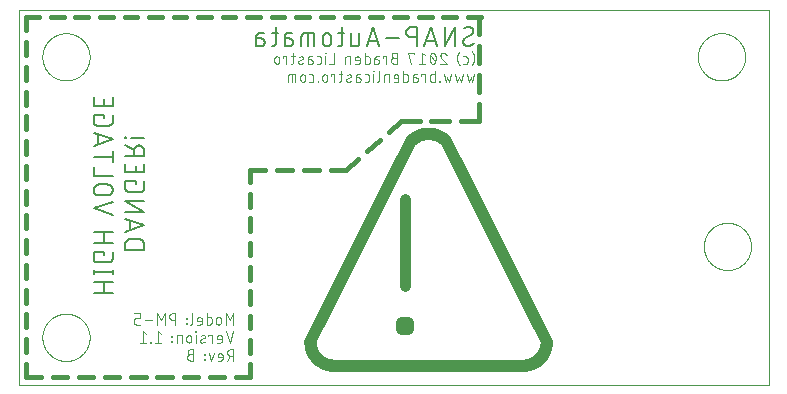
<source format=gbo>
G75*
%MOIN*%
%OFA0B0*%
%FSLAX25Y25*%
%IPPOS*%
%LPD*%
%AMOC8*
5,1,8,0,0,1.08239X$1,22.5*
%
%ADD10C,0.00000*%
%ADD11C,0.00600*%
%ADD12C,0.01575*%
%ADD13C,0.00300*%
%ADD14C,0.04000*%
%ADD15C,0.03800*%
D10*
X0002266Y0001000D02*
X0002266Y0126000D01*
X0252266Y0126000D01*
X0252266Y0001000D01*
X0002266Y0001000D01*
X0010140Y0016748D02*
X0010142Y0016941D01*
X0010149Y0017134D01*
X0010161Y0017327D01*
X0010178Y0017520D01*
X0010199Y0017712D01*
X0010225Y0017903D01*
X0010256Y0018094D01*
X0010291Y0018284D01*
X0010331Y0018473D01*
X0010376Y0018661D01*
X0010425Y0018848D01*
X0010479Y0019034D01*
X0010537Y0019218D01*
X0010600Y0019401D01*
X0010668Y0019582D01*
X0010739Y0019761D01*
X0010816Y0019939D01*
X0010896Y0020115D01*
X0010981Y0020288D01*
X0011070Y0020460D01*
X0011163Y0020629D01*
X0011260Y0020796D01*
X0011362Y0020961D01*
X0011467Y0021123D01*
X0011576Y0021282D01*
X0011690Y0021439D01*
X0011807Y0021592D01*
X0011927Y0021743D01*
X0012052Y0021891D01*
X0012180Y0022036D01*
X0012311Y0022177D01*
X0012446Y0022316D01*
X0012585Y0022451D01*
X0012726Y0022582D01*
X0012871Y0022710D01*
X0013019Y0022835D01*
X0013170Y0022955D01*
X0013323Y0023072D01*
X0013480Y0023186D01*
X0013639Y0023295D01*
X0013801Y0023400D01*
X0013966Y0023502D01*
X0014133Y0023599D01*
X0014302Y0023692D01*
X0014474Y0023781D01*
X0014647Y0023866D01*
X0014823Y0023946D01*
X0015001Y0024023D01*
X0015180Y0024094D01*
X0015361Y0024162D01*
X0015544Y0024225D01*
X0015728Y0024283D01*
X0015914Y0024337D01*
X0016101Y0024386D01*
X0016289Y0024431D01*
X0016478Y0024471D01*
X0016668Y0024506D01*
X0016859Y0024537D01*
X0017050Y0024563D01*
X0017242Y0024584D01*
X0017435Y0024601D01*
X0017628Y0024613D01*
X0017821Y0024620D01*
X0018014Y0024622D01*
X0018207Y0024620D01*
X0018400Y0024613D01*
X0018593Y0024601D01*
X0018786Y0024584D01*
X0018978Y0024563D01*
X0019169Y0024537D01*
X0019360Y0024506D01*
X0019550Y0024471D01*
X0019739Y0024431D01*
X0019927Y0024386D01*
X0020114Y0024337D01*
X0020300Y0024283D01*
X0020484Y0024225D01*
X0020667Y0024162D01*
X0020848Y0024094D01*
X0021027Y0024023D01*
X0021205Y0023946D01*
X0021381Y0023866D01*
X0021554Y0023781D01*
X0021726Y0023692D01*
X0021895Y0023599D01*
X0022062Y0023502D01*
X0022227Y0023400D01*
X0022389Y0023295D01*
X0022548Y0023186D01*
X0022705Y0023072D01*
X0022858Y0022955D01*
X0023009Y0022835D01*
X0023157Y0022710D01*
X0023302Y0022582D01*
X0023443Y0022451D01*
X0023582Y0022316D01*
X0023717Y0022177D01*
X0023848Y0022036D01*
X0023976Y0021891D01*
X0024101Y0021743D01*
X0024221Y0021592D01*
X0024338Y0021439D01*
X0024452Y0021282D01*
X0024561Y0021123D01*
X0024666Y0020961D01*
X0024768Y0020796D01*
X0024865Y0020629D01*
X0024958Y0020460D01*
X0025047Y0020288D01*
X0025132Y0020115D01*
X0025212Y0019939D01*
X0025289Y0019761D01*
X0025360Y0019582D01*
X0025428Y0019401D01*
X0025491Y0019218D01*
X0025549Y0019034D01*
X0025603Y0018848D01*
X0025652Y0018661D01*
X0025697Y0018473D01*
X0025737Y0018284D01*
X0025772Y0018094D01*
X0025803Y0017903D01*
X0025829Y0017712D01*
X0025850Y0017520D01*
X0025867Y0017327D01*
X0025879Y0017134D01*
X0025886Y0016941D01*
X0025888Y0016748D01*
X0025886Y0016555D01*
X0025879Y0016362D01*
X0025867Y0016169D01*
X0025850Y0015976D01*
X0025829Y0015784D01*
X0025803Y0015593D01*
X0025772Y0015402D01*
X0025737Y0015212D01*
X0025697Y0015023D01*
X0025652Y0014835D01*
X0025603Y0014648D01*
X0025549Y0014462D01*
X0025491Y0014278D01*
X0025428Y0014095D01*
X0025360Y0013914D01*
X0025289Y0013735D01*
X0025212Y0013557D01*
X0025132Y0013381D01*
X0025047Y0013208D01*
X0024958Y0013036D01*
X0024865Y0012867D01*
X0024768Y0012700D01*
X0024666Y0012535D01*
X0024561Y0012373D01*
X0024452Y0012214D01*
X0024338Y0012057D01*
X0024221Y0011904D01*
X0024101Y0011753D01*
X0023976Y0011605D01*
X0023848Y0011460D01*
X0023717Y0011319D01*
X0023582Y0011180D01*
X0023443Y0011045D01*
X0023302Y0010914D01*
X0023157Y0010786D01*
X0023009Y0010661D01*
X0022858Y0010541D01*
X0022705Y0010424D01*
X0022548Y0010310D01*
X0022389Y0010201D01*
X0022227Y0010096D01*
X0022062Y0009994D01*
X0021895Y0009897D01*
X0021726Y0009804D01*
X0021554Y0009715D01*
X0021381Y0009630D01*
X0021205Y0009550D01*
X0021027Y0009473D01*
X0020848Y0009402D01*
X0020667Y0009334D01*
X0020484Y0009271D01*
X0020300Y0009213D01*
X0020114Y0009159D01*
X0019927Y0009110D01*
X0019739Y0009065D01*
X0019550Y0009025D01*
X0019360Y0008990D01*
X0019169Y0008959D01*
X0018978Y0008933D01*
X0018786Y0008912D01*
X0018593Y0008895D01*
X0018400Y0008883D01*
X0018207Y0008876D01*
X0018014Y0008874D01*
X0017821Y0008876D01*
X0017628Y0008883D01*
X0017435Y0008895D01*
X0017242Y0008912D01*
X0017050Y0008933D01*
X0016859Y0008959D01*
X0016668Y0008990D01*
X0016478Y0009025D01*
X0016289Y0009065D01*
X0016101Y0009110D01*
X0015914Y0009159D01*
X0015728Y0009213D01*
X0015544Y0009271D01*
X0015361Y0009334D01*
X0015180Y0009402D01*
X0015001Y0009473D01*
X0014823Y0009550D01*
X0014647Y0009630D01*
X0014474Y0009715D01*
X0014302Y0009804D01*
X0014133Y0009897D01*
X0013966Y0009994D01*
X0013801Y0010096D01*
X0013639Y0010201D01*
X0013480Y0010310D01*
X0013323Y0010424D01*
X0013170Y0010541D01*
X0013019Y0010661D01*
X0012871Y0010786D01*
X0012726Y0010914D01*
X0012585Y0011045D01*
X0012446Y0011180D01*
X0012311Y0011319D01*
X0012180Y0011460D01*
X0012052Y0011605D01*
X0011927Y0011753D01*
X0011807Y0011904D01*
X0011690Y0012057D01*
X0011576Y0012214D01*
X0011467Y0012373D01*
X0011362Y0012535D01*
X0011260Y0012700D01*
X0011163Y0012867D01*
X0011070Y0013036D01*
X0010981Y0013208D01*
X0010896Y0013381D01*
X0010816Y0013557D01*
X0010739Y0013735D01*
X0010668Y0013914D01*
X0010600Y0014095D01*
X0010537Y0014278D01*
X0010479Y0014462D01*
X0010425Y0014648D01*
X0010376Y0014835D01*
X0010331Y0015023D01*
X0010291Y0015212D01*
X0010256Y0015402D01*
X0010225Y0015593D01*
X0010199Y0015784D01*
X0010178Y0015976D01*
X0010161Y0016169D01*
X0010149Y0016362D01*
X0010142Y0016555D01*
X0010140Y0016748D01*
X0010140Y0110252D02*
X0010142Y0110445D01*
X0010149Y0110638D01*
X0010161Y0110831D01*
X0010178Y0111024D01*
X0010199Y0111216D01*
X0010225Y0111407D01*
X0010256Y0111598D01*
X0010291Y0111788D01*
X0010331Y0111977D01*
X0010376Y0112165D01*
X0010425Y0112352D01*
X0010479Y0112538D01*
X0010537Y0112722D01*
X0010600Y0112905D01*
X0010668Y0113086D01*
X0010739Y0113265D01*
X0010816Y0113443D01*
X0010896Y0113619D01*
X0010981Y0113792D01*
X0011070Y0113964D01*
X0011163Y0114133D01*
X0011260Y0114300D01*
X0011362Y0114465D01*
X0011467Y0114627D01*
X0011576Y0114786D01*
X0011690Y0114943D01*
X0011807Y0115096D01*
X0011927Y0115247D01*
X0012052Y0115395D01*
X0012180Y0115540D01*
X0012311Y0115681D01*
X0012446Y0115820D01*
X0012585Y0115955D01*
X0012726Y0116086D01*
X0012871Y0116214D01*
X0013019Y0116339D01*
X0013170Y0116459D01*
X0013323Y0116576D01*
X0013480Y0116690D01*
X0013639Y0116799D01*
X0013801Y0116904D01*
X0013966Y0117006D01*
X0014133Y0117103D01*
X0014302Y0117196D01*
X0014474Y0117285D01*
X0014647Y0117370D01*
X0014823Y0117450D01*
X0015001Y0117527D01*
X0015180Y0117598D01*
X0015361Y0117666D01*
X0015544Y0117729D01*
X0015728Y0117787D01*
X0015914Y0117841D01*
X0016101Y0117890D01*
X0016289Y0117935D01*
X0016478Y0117975D01*
X0016668Y0118010D01*
X0016859Y0118041D01*
X0017050Y0118067D01*
X0017242Y0118088D01*
X0017435Y0118105D01*
X0017628Y0118117D01*
X0017821Y0118124D01*
X0018014Y0118126D01*
X0018207Y0118124D01*
X0018400Y0118117D01*
X0018593Y0118105D01*
X0018786Y0118088D01*
X0018978Y0118067D01*
X0019169Y0118041D01*
X0019360Y0118010D01*
X0019550Y0117975D01*
X0019739Y0117935D01*
X0019927Y0117890D01*
X0020114Y0117841D01*
X0020300Y0117787D01*
X0020484Y0117729D01*
X0020667Y0117666D01*
X0020848Y0117598D01*
X0021027Y0117527D01*
X0021205Y0117450D01*
X0021381Y0117370D01*
X0021554Y0117285D01*
X0021726Y0117196D01*
X0021895Y0117103D01*
X0022062Y0117006D01*
X0022227Y0116904D01*
X0022389Y0116799D01*
X0022548Y0116690D01*
X0022705Y0116576D01*
X0022858Y0116459D01*
X0023009Y0116339D01*
X0023157Y0116214D01*
X0023302Y0116086D01*
X0023443Y0115955D01*
X0023582Y0115820D01*
X0023717Y0115681D01*
X0023848Y0115540D01*
X0023976Y0115395D01*
X0024101Y0115247D01*
X0024221Y0115096D01*
X0024338Y0114943D01*
X0024452Y0114786D01*
X0024561Y0114627D01*
X0024666Y0114465D01*
X0024768Y0114300D01*
X0024865Y0114133D01*
X0024958Y0113964D01*
X0025047Y0113792D01*
X0025132Y0113619D01*
X0025212Y0113443D01*
X0025289Y0113265D01*
X0025360Y0113086D01*
X0025428Y0112905D01*
X0025491Y0112722D01*
X0025549Y0112538D01*
X0025603Y0112352D01*
X0025652Y0112165D01*
X0025697Y0111977D01*
X0025737Y0111788D01*
X0025772Y0111598D01*
X0025803Y0111407D01*
X0025829Y0111216D01*
X0025850Y0111024D01*
X0025867Y0110831D01*
X0025879Y0110638D01*
X0025886Y0110445D01*
X0025888Y0110252D01*
X0025886Y0110059D01*
X0025879Y0109866D01*
X0025867Y0109673D01*
X0025850Y0109480D01*
X0025829Y0109288D01*
X0025803Y0109097D01*
X0025772Y0108906D01*
X0025737Y0108716D01*
X0025697Y0108527D01*
X0025652Y0108339D01*
X0025603Y0108152D01*
X0025549Y0107966D01*
X0025491Y0107782D01*
X0025428Y0107599D01*
X0025360Y0107418D01*
X0025289Y0107239D01*
X0025212Y0107061D01*
X0025132Y0106885D01*
X0025047Y0106712D01*
X0024958Y0106540D01*
X0024865Y0106371D01*
X0024768Y0106204D01*
X0024666Y0106039D01*
X0024561Y0105877D01*
X0024452Y0105718D01*
X0024338Y0105561D01*
X0024221Y0105408D01*
X0024101Y0105257D01*
X0023976Y0105109D01*
X0023848Y0104964D01*
X0023717Y0104823D01*
X0023582Y0104684D01*
X0023443Y0104549D01*
X0023302Y0104418D01*
X0023157Y0104290D01*
X0023009Y0104165D01*
X0022858Y0104045D01*
X0022705Y0103928D01*
X0022548Y0103814D01*
X0022389Y0103705D01*
X0022227Y0103600D01*
X0022062Y0103498D01*
X0021895Y0103401D01*
X0021726Y0103308D01*
X0021554Y0103219D01*
X0021381Y0103134D01*
X0021205Y0103054D01*
X0021027Y0102977D01*
X0020848Y0102906D01*
X0020667Y0102838D01*
X0020484Y0102775D01*
X0020300Y0102717D01*
X0020114Y0102663D01*
X0019927Y0102614D01*
X0019739Y0102569D01*
X0019550Y0102529D01*
X0019360Y0102494D01*
X0019169Y0102463D01*
X0018978Y0102437D01*
X0018786Y0102416D01*
X0018593Y0102399D01*
X0018400Y0102387D01*
X0018207Y0102380D01*
X0018014Y0102378D01*
X0017821Y0102380D01*
X0017628Y0102387D01*
X0017435Y0102399D01*
X0017242Y0102416D01*
X0017050Y0102437D01*
X0016859Y0102463D01*
X0016668Y0102494D01*
X0016478Y0102529D01*
X0016289Y0102569D01*
X0016101Y0102614D01*
X0015914Y0102663D01*
X0015728Y0102717D01*
X0015544Y0102775D01*
X0015361Y0102838D01*
X0015180Y0102906D01*
X0015001Y0102977D01*
X0014823Y0103054D01*
X0014647Y0103134D01*
X0014474Y0103219D01*
X0014302Y0103308D01*
X0014133Y0103401D01*
X0013966Y0103498D01*
X0013801Y0103600D01*
X0013639Y0103705D01*
X0013480Y0103814D01*
X0013323Y0103928D01*
X0013170Y0104045D01*
X0013019Y0104165D01*
X0012871Y0104290D01*
X0012726Y0104418D01*
X0012585Y0104549D01*
X0012446Y0104684D01*
X0012311Y0104823D01*
X0012180Y0104964D01*
X0012052Y0105109D01*
X0011927Y0105257D01*
X0011807Y0105408D01*
X0011690Y0105561D01*
X0011576Y0105718D01*
X0011467Y0105877D01*
X0011362Y0106039D01*
X0011260Y0106204D01*
X0011163Y0106371D01*
X0011070Y0106540D01*
X0010981Y0106712D01*
X0010896Y0106885D01*
X0010816Y0107061D01*
X0010739Y0107239D01*
X0010668Y0107418D01*
X0010600Y0107599D01*
X0010537Y0107782D01*
X0010479Y0107966D01*
X0010425Y0108152D01*
X0010376Y0108339D01*
X0010331Y0108527D01*
X0010291Y0108716D01*
X0010256Y0108906D01*
X0010225Y0109097D01*
X0010199Y0109288D01*
X0010178Y0109480D01*
X0010161Y0109673D01*
X0010149Y0109866D01*
X0010142Y0110059D01*
X0010140Y0110252D01*
X0228644Y0110252D02*
X0228646Y0110445D01*
X0228653Y0110638D01*
X0228665Y0110831D01*
X0228682Y0111024D01*
X0228703Y0111216D01*
X0228729Y0111407D01*
X0228760Y0111598D01*
X0228795Y0111788D01*
X0228835Y0111977D01*
X0228880Y0112165D01*
X0228929Y0112352D01*
X0228983Y0112538D01*
X0229041Y0112722D01*
X0229104Y0112905D01*
X0229172Y0113086D01*
X0229243Y0113265D01*
X0229320Y0113443D01*
X0229400Y0113619D01*
X0229485Y0113792D01*
X0229574Y0113964D01*
X0229667Y0114133D01*
X0229764Y0114300D01*
X0229866Y0114465D01*
X0229971Y0114627D01*
X0230080Y0114786D01*
X0230194Y0114943D01*
X0230311Y0115096D01*
X0230431Y0115247D01*
X0230556Y0115395D01*
X0230684Y0115540D01*
X0230815Y0115681D01*
X0230950Y0115820D01*
X0231089Y0115955D01*
X0231230Y0116086D01*
X0231375Y0116214D01*
X0231523Y0116339D01*
X0231674Y0116459D01*
X0231827Y0116576D01*
X0231984Y0116690D01*
X0232143Y0116799D01*
X0232305Y0116904D01*
X0232470Y0117006D01*
X0232637Y0117103D01*
X0232806Y0117196D01*
X0232978Y0117285D01*
X0233151Y0117370D01*
X0233327Y0117450D01*
X0233505Y0117527D01*
X0233684Y0117598D01*
X0233865Y0117666D01*
X0234048Y0117729D01*
X0234232Y0117787D01*
X0234418Y0117841D01*
X0234605Y0117890D01*
X0234793Y0117935D01*
X0234982Y0117975D01*
X0235172Y0118010D01*
X0235363Y0118041D01*
X0235554Y0118067D01*
X0235746Y0118088D01*
X0235939Y0118105D01*
X0236132Y0118117D01*
X0236325Y0118124D01*
X0236518Y0118126D01*
X0236711Y0118124D01*
X0236904Y0118117D01*
X0237097Y0118105D01*
X0237290Y0118088D01*
X0237482Y0118067D01*
X0237673Y0118041D01*
X0237864Y0118010D01*
X0238054Y0117975D01*
X0238243Y0117935D01*
X0238431Y0117890D01*
X0238618Y0117841D01*
X0238804Y0117787D01*
X0238988Y0117729D01*
X0239171Y0117666D01*
X0239352Y0117598D01*
X0239531Y0117527D01*
X0239709Y0117450D01*
X0239885Y0117370D01*
X0240058Y0117285D01*
X0240230Y0117196D01*
X0240399Y0117103D01*
X0240566Y0117006D01*
X0240731Y0116904D01*
X0240893Y0116799D01*
X0241052Y0116690D01*
X0241209Y0116576D01*
X0241362Y0116459D01*
X0241513Y0116339D01*
X0241661Y0116214D01*
X0241806Y0116086D01*
X0241947Y0115955D01*
X0242086Y0115820D01*
X0242221Y0115681D01*
X0242352Y0115540D01*
X0242480Y0115395D01*
X0242605Y0115247D01*
X0242725Y0115096D01*
X0242842Y0114943D01*
X0242956Y0114786D01*
X0243065Y0114627D01*
X0243170Y0114465D01*
X0243272Y0114300D01*
X0243369Y0114133D01*
X0243462Y0113964D01*
X0243551Y0113792D01*
X0243636Y0113619D01*
X0243716Y0113443D01*
X0243793Y0113265D01*
X0243864Y0113086D01*
X0243932Y0112905D01*
X0243995Y0112722D01*
X0244053Y0112538D01*
X0244107Y0112352D01*
X0244156Y0112165D01*
X0244201Y0111977D01*
X0244241Y0111788D01*
X0244276Y0111598D01*
X0244307Y0111407D01*
X0244333Y0111216D01*
X0244354Y0111024D01*
X0244371Y0110831D01*
X0244383Y0110638D01*
X0244390Y0110445D01*
X0244392Y0110252D01*
X0244390Y0110059D01*
X0244383Y0109866D01*
X0244371Y0109673D01*
X0244354Y0109480D01*
X0244333Y0109288D01*
X0244307Y0109097D01*
X0244276Y0108906D01*
X0244241Y0108716D01*
X0244201Y0108527D01*
X0244156Y0108339D01*
X0244107Y0108152D01*
X0244053Y0107966D01*
X0243995Y0107782D01*
X0243932Y0107599D01*
X0243864Y0107418D01*
X0243793Y0107239D01*
X0243716Y0107061D01*
X0243636Y0106885D01*
X0243551Y0106712D01*
X0243462Y0106540D01*
X0243369Y0106371D01*
X0243272Y0106204D01*
X0243170Y0106039D01*
X0243065Y0105877D01*
X0242956Y0105718D01*
X0242842Y0105561D01*
X0242725Y0105408D01*
X0242605Y0105257D01*
X0242480Y0105109D01*
X0242352Y0104964D01*
X0242221Y0104823D01*
X0242086Y0104684D01*
X0241947Y0104549D01*
X0241806Y0104418D01*
X0241661Y0104290D01*
X0241513Y0104165D01*
X0241362Y0104045D01*
X0241209Y0103928D01*
X0241052Y0103814D01*
X0240893Y0103705D01*
X0240731Y0103600D01*
X0240566Y0103498D01*
X0240399Y0103401D01*
X0240230Y0103308D01*
X0240058Y0103219D01*
X0239885Y0103134D01*
X0239709Y0103054D01*
X0239531Y0102977D01*
X0239352Y0102906D01*
X0239171Y0102838D01*
X0238988Y0102775D01*
X0238804Y0102717D01*
X0238618Y0102663D01*
X0238431Y0102614D01*
X0238243Y0102569D01*
X0238054Y0102529D01*
X0237864Y0102494D01*
X0237673Y0102463D01*
X0237482Y0102437D01*
X0237290Y0102416D01*
X0237097Y0102399D01*
X0236904Y0102387D01*
X0236711Y0102380D01*
X0236518Y0102378D01*
X0236325Y0102380D01*
X0236132Y0102387D01*
X0235939Y0102399D01*
X0235746Y0102416D01*
X0235554Y0102437D01*
X0235363Y0102463D01*
X0235172Y0102494D01*
X0234982Y0102529D01*
X0234793Y0102569D01*
X0234605Y0102614D01*
X0234418Y0102663D01*
X0234232Y0102717D01*
X0234048Y0102775D01*
X0233865Y0102838D01*
X0233684Y0102906D01*
X0233505Y0102977D01*
X0233327Y0103054D01*
X0233151Y0103134D01*
X0232978Y0103219D01*
X0232806Y0103308D01*
X0232637Y0103401D01*
X0232470Y0103498D01*
X0232305Y0103600D01*
X0232143Y0103705D01*
X0231984Y0103814D01*
X0231827Y0103928D01*
X0231674Y0104045D01*
X0231523Y0104165D01*
X0231375Y0104290D01*
X0231230Y0104418D01*
X0231089Y0104549D01*
X0230950Y0104684D01*
X0230815Y0104823D01*
X0230684Y0104964D01*
X0230556Y0105109D01*
X0230431Y0105257D01*
X0230311Y0105408D01*
X0230194Y0105561D01*
X0230080Y0105718D01*
X0229971Y0105877D01*
X0229866Y0106039D01*
X0229764Y0106204D01*
X0229667Y0106371D01*
X0229574Y0106540D01*
X0229485Y0106712D01*
X0229400Y0106885D01*
X0229320Y0107061D01*
X0229243Y0107239D01*
X0229172Y0107418D01*
X0229104Y0107599D01*
X0229041Y0107782D01*
X0228983Y0107966D01*
X0228929Y0108152D01*
X0228880Y0108339D01*
X0228835Y0108527D01*
X0228795Y0108716D01*
X0228760Y0108906D01*
X0228729Y0109097D01*
X0228703Y0109288D01*
X0228682Y0109480D01*
X0228665Y0109673D01*
X0228653Y0109866D01*
X0228646Y0110059D01*
X0228644Y0110252D01*
X0230613Y0047063D02*
X0230615Y0047256D01*
X0230622Y0047449D01*
X0230634Y0047642D01*
X0230651Y0047835D01*
X0230672Y0048027D01*
X0230698Y0048218D01*
X0230729Y0048409D01*
X0230764Y0048599D01*
X0230804Y0048788D01*
X0230849Y0048976D01*
X0230898Y0049163D01*
X0230952Y0049349D01*
X0231010Y0049533D01*
X0231073Y0049716D01*
X0231141Y0049897D01*
X0231212Y0050076D01*
X0231289Y0050254D01*
X0231369Y0050430D01*
X0231454Y0050603D01*
X0231543Y0050775D01*
X0231636Y0050944D01*
X0231733Y0051111D01*
X0231835Y0051276D01*
X0231940Y0051438D01*
X0232049Y0051597D01*
X0232163Y0051754D01*
X0232280Y0051907D01*
X0232400Y0052058D01*
X0232525Y0052206D01*
X0232653Y0052351D01*
X0232784Y0052492D01*
X0232919Y0052631D01*
X0233058Y0052766D01*
X0233199Y0052897D01*
X0233344Y0053025D01*
X0233492Y0053150D01*
X0233643Y0053270D01*
X0233796Y0053387D01*
X0233953Y0053501D01*
X0234112Y0053610D01*
X0234274Y0053715D01*
X0234439Y0053817D01*
X0234606Y0053914D01*
X0234775Y0054007D01*
X0234947Y0054096D01*
X0235120Y0054181D01*
X0235296Y0054261D01*
X0235474Y0054338D01*
X0235653Y0054409D01*
X0235834Y0054477D01*
X0236017Y0054540D01*
X0236201Y0054598D01*
X0236387Y0054652D01*
X0236574Y0054701D01*
X0236762Y0054746D01*
X0236951Y0054786D01*
X0237141Y0054821D01*
X0237332Y0054852D01*
X0237523Y0054878D01*
X0237715Y0054899D01*
X0237908Y0054916D01*
X0238101Y0054928D01*
X0238294Y0054935D01*
X0238487Y0054937D01*
X0238680Y0054935D01*
X0238873Y0054928D01*
X0239066Y0054916D01*
X0239259Y0054899D01*
X0239451Y0054878D01*
X0239642Y0054852D01*
X0239833Y0054821D01*
X0240023Y0054786D01*
X0240212Y0054746D01*
X0240400Y0054701D01*
X0240587Y0054652D01*
X0240773Y0054598D01*
X0240957Y0054540D01*
X0241140Y0054477D01*
X0241321Y0054409D01*
X0241500Y0054338D01*
X0241678Y0054261D01*
X0241854Y0054181D01*
X0242027Y0054096D01*
X0242199Y0054007D01*
X0242368Y0053914D01*
X0242535Y0053817D01*
X0242700Y0053715D01*
X0242862Y0053610D01*
X0243021Y0053501D01*
X0243178Y0053387D01*
X0243331Y0053270D01*
X0243482Y0053150D01*
X0243630Y0053025D01*
X0243775Y0052897D01*
X0243916Y0052766D01*
X0244055Y0052631D01*
X0244190Y0052492D01*
X0244321Y0052351D01*
X0244449Y0052206D01*
X0244574Y0052058D01*
X0244694Y0051907D01*
X0244811Y0051754D01*
X0244925Y0051597D01*
X0245034Y0051438D01*
X0245139Y0051276D01*
X0245241Y0051111D01*
X0245338Y0050944D01*
X0245431Y0050775D01*
X0245520Y0050603D01*
X0245605Y0050430D01*
X0245685Y0050254D01*
X0245762Y0050076D01*
X0245833Y0049897D01*
X0245901Y0049716D01*
X0245964Y0049533D01*
X0246022Y0049349D01*
X0246076Y0049163D01*
X0246125Y0048976D01*
X0246170Y0048788D01*
X0246210Y0048599D01*
X0246245Y0048409D01*
X0246276Y0048218D01*
X0246302Y0048027D01*
X0246323Y0047835D01*
X0246340Y0047642D01*
X0246352Y0047449D01*
X0246359Y0047256D01*
X0246361Y0047063D01*
X0246359Y0046870D01*
X0246352Y0046677D01*
X0246340Y0046484D01*
X0246323Y0046291D01*
X0246302Y0046099D01*
X0246276Y0045908D01*
X0246245Y0045717D01*
X0246210Y0045527D01*
X0246170Y0045338D01*
X0246125Y0045150D01*
X0246076Y0044963D01*
X0246022Y0044777D01*
X0245964Y0044593D01*
X0245901Y0044410D01*
X0245833Y0044229D01*
X0245762Y0044050D01*
X0245685Y0043872D01*
X0245605Y0043696D01*
X0245520Y0043523D01*
X0245431Y0043351D01*
X0245338Y0043182D01*
X0245241Y0043015D01*
X0245139Y0042850D01*
X0245034Y0042688D01*
X0244925Y0042529D01*
X0244811Y0042372D01*
X0244694Y0042219D01*
X0244574Y0042068D01*
X0244449Y0041920D01*
X0244321Y0041775D01*
X0244190Y0041634D01*
X0244055Y0041495D01*
X0243916Y0041360D01*
X0243775Y0041229D01*
X0243630Y0041101D01*
X0243482Y0040976D01*
X0243331Y0040856D01*
X0243178Y0040739D01*
X0243021Y0040625D01*
X0242862Y0040516D01*
X0242700Y0040411D01*
X0242535Y0040309D01*
X0242368Y0040212D01*
X0242199Y0040119D01*
X0242027Y0040030D01*
X0241854Y0039945D01*
X0241678Y0039865D01*
X0241500Y0039788D01*
X0241321Y0039717D01*
X0241140Y0039649D01*
X0240957Y0039586D01*
X0240773Y0039528D01*
X0240587Y0039474D01*
X0240400Y0039425D01*
X0240212Y0039380D01*
X0240023Y0039340D01*
X0239833Y0039305D01*
X0239642Y0039274D01*
X0239451Y0039248D01*
X0239259Y0039227D01*
X0239066Y0039210D01*
X0238873Y0039198D01*
X0238680Y0039191D01*
X0238487Y0039189D01*
X0238294Y0039191D01*
X0238101Y0039198D01*
X0237908Y0039210D01*
X0237715Y0039227D01*
X0237523Y0039248D01*
X0237332Y0039274D01*
X0237141Y0039305D01*
X0236951Y0039340D01*
X0236762Y0039380D01*
X0236574Y0039425D01*
X0236387Y0039474D01*
X0236201Y0039528D01*
X0236017Y0039586D01*
X0235834Y0039649D01*
X0235653Y0039717D01*
X0235474Y0039788D01*
X0235296Y0039865D01*
X0235120Y0039945D01*
X0234947Y0040030D01*
X0234775Y0040119D01*
X0234606Y0040212D01*
X0234439Y0040309D01*
X0234274Y0040411D01*
X0234112Y0040516D01*
X0233953Y0040625D01*
X0233796Y0040739D01*
X0233643Y0040856D01*
X0233492Y0040976D01*
X0233344Y0041101D01*
X0233199Y0041229D01*
X0233058Y0041360D01*
X0232919Y0041495D01*
X0232784Y0041634D01*
X0232653Y0041775D01*
X0232525Y0041920D01*
X0232400Y0042068D01*
X0232280Y0042219D01*
X0232163Y0042372D01*
X0232049Y0042529D01*
X0231940Y0042688D01*
X0231835Y0042850D01*
X0231733Y0043015D01*
X0231636Y0043182D01*
X0231543Y0043351D01*
X0231454Y0043523D01*
X0231369Y0043696D01*
X0231289Y0043872D01*
X0231212Y0044050D01*
X0231141Y0044229D01*
X0231073Y0044410D01*
X0231010Y0044593D01*
X0230952Y0044777D01*
X0230898Y0044963D01*
X0230849Y0045150D01*
X0230804Y0045338D01*
X0230764Y0045527D01*
X0230729Y0045717D01*
X0230698Y0045908D01*
X0230672Y0046099D01*
X0230651Y0046291D01*
X0230634Y0046484D01*
X0230622Y0046677D01*
X0230615Y0046870D01*
X0230613Y0047063D01*
D11*
X0147781Y0113898D02*
X0147781Y0120298D01*
X0144225Y0113898D01*
X0144225Y0120298D01*
X0139644Y0120298D02*
X0137510Y0113898D01*
X0138044Y0115498D02*
X0141244Y0115498D01*
X0141777Y0113898D02*
X0139644Y0120298D01*
X0134979Y0120298D02*
X0133201Y0120298D01*
X0133201Y0120299D02*
X0133118Y0120297D01*
X0133035Y0120291D01*
X0132952Y0120281D01*
X0132869Y0120268D01*
X0132788Y0120250D01*
X0132707Y0120229D01*
X0132628Y0120204D01*
X0132550Y0120175D01*
X0132473Y0120143D01*
X0132398Y0120107D01*
X0132324Y0120068D01*
X0132253Y0120025D01*
X0132183Y0119979D01*
X0132116Y0119929D01*
X0132051Y0119877D01*
X0131989Y0119822D01*
X0131929Y0119763D01*
X0131872Y0119702D01*
X0131818Y0119639D01*
X0131767Y0119573D01*
X0131720Y0119504D01*
X0131675Y0119434D01*
X0131634Y0119361D01*
X0131597Y0119287D01*
X0131562Y0119211D01*
X0131532Y0119133D01*
X0131505Y0119055D01*
X0131482Y0118974D01*
X0131462Y0118893D01*
X0131447Y0118811D01*
X0131435Y0118729D01*
X0131427Y0118646D01*
X0131423Y0118563D01*
X0131423Y0118479D01*
X0131427Y0118396D01*
X0131435Y0118313D01*
X0131447Y0118231D01*
X0131462Y0118149D01*
X0131482Y0118068D01*
X0131505Y0117987D01*
X0131532Y0117909D01*
X0131562Y0117831D01*
X0131597Y0117755D01*
X0131634Y0117681D01*
X0131675Y0117608D01*
X0131720Y0117538D01*
X0131767Y0117469D01*
X0131818Y0117403D01*
X0131872Y0117340D01*
X0131929Y0117279D01*
X0131989Y0117220D01*
X0132051Y0117165D01*
X0132116Y0117113D01*
X0132183Y0117063D01*
X0132253Y0117017D01*
X0132324Y0116974D01*
X0132398Y0116935D01*
X0132473Y0116899D01*
X0132550Y0116867D01*
X0132628Y0116838D01*
X0132707Y0116813D01*
X0132788Y0116792D01*
X0132869Y0116774D01*
X0132952Y0116761D01*
X0133035Y0116751D01*
X0133118Y0116745D01*
X0133201Y0116743D01*
X0134979Y0116743D01*
X0134979Y0113898D02*
X0134979Y0120298D01*
X0129059Y0116387D02*
X0124792Y0116387D01*
X0121961Y0115498D02*
X0118761Y0115498D01*
X0118228Y0113898D02*
X0120361Y0120298D01*
X0122494Y0113898D01*
X0115834Y0114965D02*
X0115834Y0118165D01*
X0112990Y0118165D02*
X0112990Y0113898D01*
X0114768Y0113898D01*
X0114832Y0113900D01*
X0114897Y0113906D01*
X0114960Y0113915D01*
X0115023Y0113929D01*
X0115085Y0113946D01*
X0115146Y0113967D01*
X0115206Y0113992D01*
X0115264Y0114020D01*
X0115320Y0114052D01*
X0115374Y0114087D01*
X0115426Y0114125D01*
X0115476Y0114166D01*
X0115522Y0114211D01*
X0115567Y0114257D01*
X0115608Y0114307D01*
X0115646Y0114359D01*
X0115681Y0114413D01*
X0115713Y0114469D01*
X0115741Y0114527D01*
X0115766Y0114587D01*
X0115787Y0114648D01*
X0115804Y0114710D01*
X0115818Y0114773D01*
X0115827Y0114836D01*
X0115833Y0114901D01*
X0115835Y0114965D01*
X0110095Y0114965D02*
X0110095Y0120298D01*
X0110806Y0118165D02*
X0108673Y0118165D01*
X0106398Y0116743D02*
X0106398Y0115321D01*
X0106396Y0115247D01*
X0106390Y0115172D01*
X0106380Y0115099D01*
X0106367Y0115025D01*
X0106350Y0114953D01*
X0106328Y0114882D01*
X0106304Y0114811D01*
X0106275Y0114743D01*
X0106243Y0114675D01*
X0106207Y0114610D01*
X0106169Y0114547D01*
X0106126Y0114485D01*
X0106081Y0114426D01*
X0106033Y0114369D01*
X0105982Y0114315D01*
X0105928Y0114264D01*
X0105871Y0114216D01*
X0105812Y0114171D01*
X0105750Y0114128D01*
X0105687Y0114090D01*
X0105622Y0114054D01*
X0105554Y0114022D01*
X0105486Y0113993D01*
X0105415Y0113969D01*
X0105344Y0113947D01*
X0105272Y0113930D01*
X0105198Y0113917D01*
X0105125Y0113907D01*
X0105050Y0113901D01*
X0104976Y0113899D01*
X0104902Y0113901D01*
X0104827Y0113907D01*
X0104754Y0113917D01*
X0104680Y0113930D01*
X0104608Y0113947D01*
X0104537Y0113969D01*
X0104466Y0113993D01*
X0104398Y0114022D01*
X0104330Y0114054D01*
X0104265Y0114090D01*
X0104202Y0114128D01*
X0104140Y0114171D01*
X0104081Y0114216D01*
X0104024Y0114264D01*
X0103970Y0114315D01*
X0103919Y0114369D01*
X0103871Y0114426D01*
X0103826Y0114485D01*
X0103783Y0114547D01*
X0103745Y0114610D01*
X0103709Y0114675D01*
X0103677Y0114743D01*
X0103648Y0114811D01*
X0103624Y0114882D01*
X0103602Y0114953D01*
X0103585Y0115025D01*
X0103572Y0115099D01*
X0103562Y0115172D01*
X0103556Y0115247D01*
X0103554Y0115321D01*
X0103554Y0116743D01*
X0103556Y0116817D01*
X0103562Y0116892D01*
X0103572Y0116965D01*
X0103585Y0117039D01*
X0103602Y0117111D01*
X0103624Y0117182D01*
X0103648Y0117253D01*
X0103677Y0117321D01*
X0103709Y0117389D01*
X0103745Y0117454D01*
X0103783Y0117517D01*
X0103826Y0117579D01*
X0103871Y0117638D01*
X0103919Y0117695D01*
X0103970Y0117749D01*
X0104024Y0117800D01*
X0104081Y0117848D01*
X0104140Y0117893D01*
X0104202Y0117936D01*
X0104265Y0117974D01*
X0104330Y0118010D01*
X0104398Y0118042D01*
X0104466Y0118071D01*
X0104537Y0118095D01*
X0104608Y0118117D01*
X0104680Y0118134D01*
X0104754Y0118147D01*
X0104827Y0118157D01*
X0104902Y0118163D01*
X0104976Y0118165D01*
X0105050Y0118163D01*
X0105125Y0118157D01*
X0105198Y0118147D01*
X0105272Y0118134D01*
X0105344Y0118117D01*
X0105415Y0118095D01*
X0105486Y0118071D01*
X0105554Y0118042D01*
X0105622Y0118010D01*
X0105687Y0117974D01*
X0105750Y0117936D01*
X0105812Y0117893D01*
X0105871Y0117848D01*
X0105928Y0117800D01*
X0105982Y0117749D01*
X0106033Y0117695D01*
X0106081Y0117638D01*
X0106126Y0117579D01*
X0106169Y0117517D01*
X0106207Y0117454D01*
X0106243Y0117389D01*
X0106275Y0117321D01*
X0106304Y0117253D01*
X0106328Y0117182D01*
X0106350Y0117111D01*
X0106367Y0117039D01*
X0106380Y0116965D01*
X0106390Y0116892D01*
X0106396Y0116817D01*
X0106398Y0116743D01*
X0109029Y0113898D02*
X0109093Y0113900D01*
X0109158Y0113906D01*
X0109221Y0113915D01*
X0109284Y0113929D01*
X0109346Y0113946D01*
X0109407Y0113967D01*
X0109467Y0113992D01*
X0109525Y0114020D01*
X0109581Y0114052D01*
X0109635Y0114087D01*
X0109687Y0114125D01*
X0109737Y0114166D01*
X0109783Y0114211D01*
X0109828Y0114257D01*
X0109869Y0114307D01*
X0109907Y0114359D01*
X0109942Y0114413D01*
X0109974Y0114469D01*
X0110002Y0114527D01*
X0110027Y0114587D01*
X0110048Y0114648D01*
X0110065Y0114710D01*
X0110079Y0114773D01*
X0110088Y0114836D01*
X0110094Y0114901D01*
X0110096Y0114965D01*
X0109029Y0113898D02*
X0108673Y0113898D01*
X0100750Y0113898D02*
X0100750Y0118165D01*
X0097550Y0118165D01*
X0097486Y0118163D01*
X0097421Y0118157D01*
X0097358Y0118148D01*
X0097295Y0118134D01*
X0097233Y0118117D01*
X0097172Y0118096D01*
X0097112Y0118071D01*
X0097054Y0118043D01*
X0096998Y0118011D01*
X0096944Y0117976D01*
X0096892Y0117938D01*
X0096842Y0117897D01*
X0096796Y0117852D01*
X0096751Y0117806D01*
X0096710Y0117756D01*
X0096672Y0117704D01*
X0096637Y0117650D01*
X0096605Y0117594D01*
X0096577Y0117536D01*
X0096552Y0117476D01*
X0096531Y0117415D01*
X0096514Y0117353D01*
X0096500Y0117290D01*
X0096491Y0117227D01*
X0096485Y0117162D01*
X0096483Y0117098D01*
X0096483Y0113898D01*
X0098617Y0113898D02*
X0098617Y0118165D01*
X0093353Y0118165D02*
X0091931Y0118165D01*
X0091867Y0118163D01*
X0091802Y0118157D01*
X0091739Y0118148D01*
X0091676Y0118134D01*
X0091614Y0118117D01*
X0091553Y0118096D01*
X0091493Y0118071D01*
X0091435Y0118043D01*
X0091379Y0118011D01*
X0091325Y0117976D01*
X0091273Y0117938D01*
X0091223Y0117897D01*
X0091177Y0117852D01*
X0091132Y0117806D01*
X0091091Y0117756D01*
X0091053Y0117704D01*
X0091018Y0117650D01*
X0090986Y0117594D01*
X0090958Y0117536D01*
X0090933Y0117476D01*
X0090912Y0117415D01*
X0090895Y0117353D01*
X0090881Y0117290D01*
X0090872Y0117227D01*
X0090866Y0117162D01*
X0090864Y0117098D01*
X0090864Y0113898D01*
X0092464Y0113898D01*
X0092464Y0113899D02*
X0092534Y0113901D01*
X0092603Y0113907D01*
X0092672Y0113917D01*
X0092741Y0113930D01*
X0092808Y0113948D01*
X0092875Y0113969D01*
X0092940Y0113994D01*
X0093004Y0114022D01*
X0093066Y0114054D01*
X0093126Y0114090D01*
X0093184Y0114128D01*
X0093240Y0114170D01*
X0093293Y0114215D01*
X0093344Y0114263D01*
X0093392Y0114314D01*
X0093437Y0114367D01*
X0093479Y0114423D01*
X0093517Y0114481D01*
X0093553Y0114541D01*
X0093585Y0114603D01*
X0093613Y0114667D01*
X0093638Y0114732D01*
X0093659Y0114799D01*
X0093677Y0114866D01*
X0093690Y0114935D01*
X0093700Y0115004D01*
X0093706Y0115073D01*
X0093708Y0115143D01*
X0093706Y0115213D01*
X0093700Y0115282D01*
X0093690Y0115351D01*
X0093677Y0115420D01*
X0093659Y0115487D01*
X0093638Y0115554D01*
X0093613Y0115619D01*
X0093585Y0115683D01*
X0093553Y0115745D01*
X0093517Y0115805D01*
X0093479Y0115863D01*
X0093437Y0115919D01*
X0093392Y0115972D01*
X0093344Y0116023D01*
X0093293Y0116071D01*
X0093240Y0116116D01*
X0093184Y0116158D01*
X0093126Y0116196D01*
X0093066Y0116232D01*
X0093004Y0116264D01*
X0092940Y0116292D01*
X0092875Y0116317D01*
X0092808Y0116338D01*
X0092741Y0116356D01*
X0092672Y0116369D01*
X0092603Y0116379D01*
X0092534Y0116385D01*
X0092464Y0116387D01*
X0090864Y0116387D01*
X0087941Y0114965D02*
X0087941Y0120298D01*
X0088652Y0118165D02*
X0086519Y0118165D01*
X0083917Y0118165D02*
X0082495Y0118165D01*
X0082431Y0118163D01*
X0082366Y0118157D01*
X0082303Y0118148D01*
X0082240Y0118134D01*
X0082178Y0118117D01*
X0082117Y0118096D01*
X0082057Y0118071D01*
X0081999Y0118043D01*
X0081943Y0118011D01*
X0081889Y0117976D01*
X0081837Y0117938D01*
X0081787Y0117897D01*
X0081741Y0117852D01*
X0081696Y0117806D01*
X0081655Y0117756D01*
X0081617Y0117704D01*
X0081582Y0117650D01*
X0081550Y0117594D01*
X0081522Y0117536D01*
X0081497Y0117476D01*
X0081476Y0117415D01*
X0081459Y0117353D01*
X0081445Y0117290D01*
X0081436Y0117227D01*
X0081430Y0117162D01*
X0081428Y0117098D01*
X0081428Y0113898D01*
X0083028Y0113898D01*
X0083028Y0113899D02*
X0083098Y0113901D01*
X0083167Y0113907D01*
X0083236Y0113917D01*
X0083305Y0113930D01*
X0083372Y0113948D01*
X0083439Y0113969D01*
X0083504Y0113994D01*
X0083568Y0114022D01*
X0083630Y0114054D01*
X0083690Y0114090D01*
X0083748Y0114128D01*
X0083804Y0114170D01*
X0083857Y0114215D01*
X0083908Y0114263D01*
X0083956Y0114314D01*
X0084001Y0114367D01*
X0084043Y0114423D01*
X0084081Y0114481D01*
X0084117Y0114541D01*
X0084149Y0114603D01*
X0084177Y0114667D01*
X0084202Y0114732D01*
X0084223Y0114799D01*
X0084241Y0114866D01*
X0084254Y0114935D01*
X0084264Y0115004D01*
X0084270Y0115073D01*
X0084272Y0115143D01*
X0084270Y0115213D01*
X0084264Y0115282D01*
X0084254Y0115351D01*
X0084241Y0115420D01*
X0084223Y0115487D01*
X0084202Y0115554D01*
X0084177Y0115619D01*
X0084149Y0115683D01*
X0084117Y0115745D01*
X0084081Y0115805D01*
X0084043Y0115863D01*
X0084001Y0115919D01*
X0083956Y0115972D01*
X0083908Y0116023D01*
X0083857Y0116071D01*
X0083804Y0116116D01*
X0083748Y0116158D01*
X0083690Y0116196D01*
X0083630Y0116232D01*
X0083568Y0116264D01*
X0083504Y0116292D01*
X0083439Y0116317D01*
X0083372Y0116338D01*
X0083305Y0116356D01*
X0083236Y0116369D01*
X0083167Y0116379D01*
X0083098Y0116385D01*
X0083028Y0116387D01*
X0081428Y0116387D01*
X0086874Y0113898D02*
X0086938Y0113900D01*
X0087003Y0113906D01*
X0087066Y0113915D01*
X0087129Y0113929D01*
X0087191Y0113946D01*
X0087252Y0113967D01*
X0087312Y0113992D01*
X0087370Y0114020D01*
X0087426Y0114052D01*
X0087480Y0114087D01*
X0087532Y0114125D01*
X0087582Y0114166D01*
X0087628Y0114211D01*
X0087673Y0114257D01*
X0087714Y0114307D01*
X0087752Y0114359D01*
X0087787Y0114413D01*
X0087819Y0114469D01*
X0087847Y0114527D01*
X0087872Y0114587D01*
X0087893Y0114648D01*
X0087910Y0114710D01*
X0087924Y0114773D01*
X0087933Y0114836D01*
X0087939Y0114901D01*
X0087941Y0114965D01*
X0086874Y0113898D02*
X0086519Y0113898D01*
X0033592Y0096763D02*
X0033592Y0093919D01*
X0027192Y0093919D01*
X0027192Y0096763D01*
X0030748Y0096052D02*
X0030748Y0093919D01*
X0030748Y0090898D02*
X0027192Y0090898D01*
X0027192Y0088765D01*
X0027194Y0088691D01*
X0027200Y0088616D01*
X0027210Y0088543D01*
X0027223Y0088469D01*
X0027240Y0088397D01*
X0027262Y0088326D01*
X0027286Y0088255D01*
X0027315Y0088187D01*
X0027347Y0088119D01*
X0027383Y0088054D01*
X0027421Y0087991D01*
X0027464Y0087929D01*
X0027509Y0087870D01*
X0027557Y0087813D01*
X0027608Y0087759D01*
X0027662Y0087708D01*
X0027719Y0087660D01*
X0027778Y0087615D01*
X0027840Y0087572D01*
X0027903Y0087534D01*
X0027968Y0087498D01*
X0028036Y0087466D01*
X0028104Y0087437D01*
X0028175Y0087413D01*
X0028246Y0087391D01*
X0028318Y0087374D01*
X0028392Y0087361D01*
X0028465Y0087351D01*
X0028540Y0087345D01*
X0028614Y0087343D01*
X0032170Y0087343D01*
X0032244Y0087345D01*
X0032319Y0087351D01*
X0032392Y0087361D01*
X0032466Y0087374D01*
X0032538Y0087391D01*
X0032609Y0087413D01*
X0032680Y0087437D01*
X0032748Y0087466D01*
X0032816Y0087498D01*
X0032881Y0087534D01*
X0032944Y0087572D01*
X0033006Y0087615D01*
X0033065Y0087660D01*
X0033121Y0087708D01*
X0033176Y0087759D01*
X0033227Y0087813D01*
X0033275Y0087870D01*
X0033320Y0087929D01*
X0033363Y0087991D01*
X0033401Y0088054D01*
X0033437Y0088119D01*
X0033469Y0088187D01*
X0033498Y0088255D01*
X0033522Y0088326D01*
X0033544Y0088397D01*
X0033561Y0088469D01*
X0033574Y0088543D01*
X0033584Y0088616D01*
X0033590Y0088691D01*
X0033592Y0088765D01*
X0033592Y0090898D01*
X0030748Y0090898D02*
X0030748Y0089831D01*
X0028792Y0084361D02*
X0028792Y0081161D01*
X0027192Y0080628D02*
X0033592Y0082761D01*
X0027192Y0084894D01*
X0033592Y0078795D02*
X0033592Y0075240D01*
X0033592Y0077017D02*
X0027192Y0077017D01*
X0027192Y0073378D02*
X0027192Y0070533D01*
X0033592Y0070533D01*
X0037692Y0071819D02*
X0044092Y0071819D01*
X0044092Y0074663D01*
X0041248Y0073952D02*
X0041248Y0071819D01*
X0041248Y0068798D02*
X0037692Y0068798D01*
X0037692Y0066665D01*
X0037694Y0066591D01*
X0037700Y0066516D01*
X0037710Y0066443D01*
X0037723Y0066369D01*
X0037740Y0066297D01*
X0037762Y0066226D01*
X0037786Y0066155D01*
X0037815Y0066087D01*
X0037847Y0066019D01*
X0037883Y0065954D01*
X0037921Y0065891D01*
X0037964Y0065829D01*
X0038009Y0065770D01*
X0038057Y0065713D01*
X0038108Y0065659D01*
X0038162Y0065608D01*
X0038219Y0065560D01*
X0038278Y0065515D01*
X0038340Y0065472D01*
X0038403Y0065434D01*
X0038468Y0065398D01*
X0038536Y0065366D01*
X0038604Y0065337D01*
X0038675Y0065313D01*
X0038746Y0065291D01*
X0038818Y0065274D01*
X0038892Y0065261D01*
X0038965Y0065251D01*
X0039040Y0065245D01*
X0039114Y0065243D01*
X0042670Y0065243D01*
X0042744Y0065245D01*
X0042819Y0065251D01*
X0042892Y0065261D01*
X0042966Y0065274D01*
X0043038Y0065291D01*
X0043109Y0065313D01*
X0043180Y0065337D01*
X0043248Y0065366D01*
X0043316Y0065398D01*
X0043381Y0065434D01*
X0043444Y0065472D01*
X0043506Y0065515D01*
X0043565Y0065560D01*
X0043621Y0065608D01*
X0043676Y0065659D01*
X0043727Y0065713D01*
X0043775Y0065770D01*
X0043820Y0065829D01*
X0043863Y0065891D01*
X0043901Y0065954D01*
X0043937Y0066019D01*
X0043969Y0066087D01*
X0043998Y0066155D01*
X0044022Y0066226D01*
X0044044Y0066297D01*
X0044061Y0066369D01*
X0044074Y0066443D01*
X0044084Y0066516D01*
X0044090Y0066591D01*
X0044092Y0066665D01*
X0044092Y0068798D01*
X0041248Y0068798D02*
X0041248Y0067732D01*
X0037692Y0071819D02*
X0037692Y0074663D01*
X0037692Y0077177D02*
X0044092Y0077177D01*
X0044092Y0078954D01*
X0044090Y0079037D01*
X0044084Y0079120D01*
X0044074Y0079203D01*
X0044061Y0079286D01*
X0044043Y0079367D01*
X0044022Y0079448D01*
X0043997Y0079527D01*
X0043968Y0079605D01*
X0043936Y0079682D01*
X0043900Y0079757D01*
X0043861Y0079831D01*
X0043818Y0079902D01*
X0043772Y0079972D01*
X0043722Y0080039D01*
X0043670Y0080104D01*
X0043615Y0080166D01*
X0043556Y0080226D01*
X0043495Y0080283D01*
X0043432Y0080337D01*
X0043366Y0080388D01*
X0043297Y0080435D01*
X0043227Y0080480D01*
X0043154Y0080521D01*
X0043080Y0080558D01*
X0043004Y0080593D01*
X0042926Y0080623D01*
X0042848Y0080650D01*
X0042767Y0080673D01*
X0042686Y0080693D01*
X0042604Y0080708D01*
X0042522Y0080720D01*
X0042439Y0080728D01*
X0042356Y0080732D01*
X0042272Y0080732D01*
X0042189Y0080728D01*
X0042106Y0080720D01*
X0042024Y0080708D01*
X0041942Y0080693D01*
X0041861Y0080673D01*
X0041780Y0080650D01*
X0041702Y0080623D01*
X0041624Y0080593D01*
X0041548Y0080558D01*
X0041474Y0080521D01*
X0041401Y0080480D01*
X0041331Y0080435D01*
X0041262Y0080388D01*
X0041196Y0080337D01*
X0041133Y0080283D01*
X0041072Y0080226D01*
X0041013Y0080166D01*
X0040958Y0080104D01*
X0040906Y0080039D01*
X0040856Y0079972D01*
X0040810Y0079902D01*
X0040767Y0079831D01*
X0040728Y0079757D01*
X0040692Y0079682D01*
X0040660Y0079605D01*
X0040631Y0079527D01*
X0040606Y0079448D01*
X0040585Y0079367D01*
X0040567Y0079286D01*
X0040554Y0079203D01*
X0040544Y0079120D01*
X0040538Y0079037D01*
X0040536Y0078954D01*
X0040537Y0078954D02*
X0040537Y0077177D01*
X0040537Y0079310D02*
X0037692Y0080732D01*
X0037692Y0083048D02*
X0037692Y0083404D01*
X0038048Y0083404D01*
X0038048Y0083048D01*
X0037692Y0083048D01*
X0039825Y0083226D02*
X0044092Y0083226D01*
X0031814Y0067718D02*
X0028970Y0067718D01*
X0028887Y0067716D01*
X0028804Y0067710D01*
X0028721Y0067700D01*
X0028638Y0067687D01*
X0028557Y0067669D01*
X0028476Y0067648D01*
X0028397Y0067623D01*
X0028319Y0067594D01*
X0028242Y0067562D01*
X0028167Y0067526D01*
X0028093Y0067487D01*
X0028022Y0067444D01*
X0027952Y0067398D01*
X0027885Y0067348D01*
X0027820Y0067296D01*
X0027758Y0067241D01*
X0027698Y0067182D01*
X0027641Y0067121D01*
X0027587Y0067058D01*
X0027536Y0066992D01*
X0027489Y0066923D01*
X0027444Y0066853D01*
X0027403Y0066780D01*
X0027366Y0066706D01*
X0027331Y0066630D01*
X0027301Y0066552D01*
X0027274Y0066474D01*
X0027251Y0066393D01*
X0027231Y0066312D01*
X0027216Y0066230D01*
X0027204Y0066148D01*
X0027196Y0066065D01*
X0027192Y0065982D01*
X0027192Y0065898D01*
X0027196Y0065815D01*
X0027204Y0065732D01*
X0027216Y0065650D01*
X0027231Y0065568D01*
X0027251Y0065487D01*
X0027274Y0065406D01*
X0027301Y0065328D01*
X0027331Y0065250D01*
X0027366Y0065174D01*
X0027403Y0065100D01*
X0027444Y0065027D01*
X0027489Y0064957D01*
X0027536Y0064888D01*
X0027587Y0064822D01*
X0027641Y0064759D01*
X0027698Y0064698D01*
X0027758Y0064639D01*
X0027820Y0064584D01*
X0027885Y0064532D01*
X0027952Y0064482D01*
X0028022Y0064436D01*
X0028093Y0064393D01*
X0028167Y0064354D01*
X0028242Y0064318D01*
X0028319Y0064286D01*
X0028397Y0064257D01*
X0028476Y0064232D01*
X0028557Y0064211D01*
X0028638Y0064193D01*
X0028721Y0064180D01*
X0028804Y0064170D01*
X0028887Y0064164D01*
X0028970Y0064162D01*
X0031814Y0064162D01*
X0031897Y0064164D01*
X0031980Y0064170D01*
X0032063Y0064180D01*
X0032146Y0064193D01*
X0032227Y0064211D01*
X0032308Y0064232D01*
X0032387Y0064257D01*
X0032465Y0064286D01*
X0032542Y0064318D01*
X0032617Y0064354D01*
X0032691Y0064393D01*
X0032762Y0064436D01*
X0032832Y0064482D01*
X0032899Y0064532D01*
X0032964Y0064584D01*
X0033026Y0064639D01*
X0033086Y0064698D01*
X0033143Y0064759D01*
X0033197Y0064822D01*
X0033248Y0064888D01*
X0033295Y0064957D01*
X0033340Y0065027D01*
X0033381Y0065100D01*
X0033418Y0065174D01*
X0033453Y0065250D01*
X0033483Y0065328D01*
X0033510Y0065406D01*
X0033533Y0065487D01*
X0033553Y0065568D01*
X0033568Y0065650D01*
X0033580Y0065732D01*
X0033588Y0065815D01*
X0033592Y0065898D01*
X0033592Y0065982D01*
X0033588Y0066065D01*
X0033580Y0066148D01*
X0033568Y0066230D01*
X0033553Y0066312D01*
X0033533Y0066393D01*
X0033510Y0066474D01*
X0033483Y0066552D01*
X0033453Y0066630D01*
X0033418Y0066706D01*
X0033381Y0066780D01*
X0033340Y0066853D01*
X0033295Y0066923D01*
X0033248Y0066992D01*
X0033197Y0067058D01*
X0033143Y0067121D01*
X0033086Y0067182D01*
X0033026Y0067241D01*
X0032964Y0067296D01*
X0032899Y0067348D01*
X0032832Y0067398D01*
X0032762Y0067444D01*
X0032691Y0067487D01*
X0032617Y0067526D01*
X0032542Y0067562D01*
X0032465Y0067594D01*
X0032387Y0067623D01*
X0032308Y0067648D01*
X0032227Y0067669D01*
X0032146Y0067687D01*
X0032063Y0067700D01*
X0031980Y0067710D01*
X0031897Y0067716D01*
X0031814Y0067718D01*
X0037692Y0062234D02*
X0044092Y0062234D01*
X0044092Y0058678D02*
X0037692Y0058678D01*
X0033592Y0057653D02*
X0027192Y0059786D01*
X0033592Y0061919D01*
X0037692Y0062234D02*
X0044092Y0058678D01*
X0044092Y0054097D02*
X0037692Y0056230D01*
X0039292Y0055697D02*
X0039292Y0052497D01*
X0037692Y0051964D02*
X0044092Y0054097D01*
X0042314Y0049516D02*
X0039470Y0049516D01*
X0039388Y0049514D01*
X0039306Y0049508D01*
X0039224Y0049499D01*
X0039143Y0049486D01*
X0039063Y0049469D01*
X0038983Y0049448D01*
X0038905Y0049424D01*
X0038828Y0049396D01*
X0038752Y0049365D01*
X0038677Y0049330D01*
X0038605Y0049291D01*
X0038534Y0049250D01*
X0038465Y0049205D01*
X0038399Y0049157D01*
X0038334Y0049106D01*
X0038272Y0049052D01*
X0038213Y0048995D01*
X0038156Y0048936D01*
X0038102Y0048874D01*
X0038051Y0048809D01*
X0038003Y0048743D01*
X0037958Y0048674D01*
X0037917Y0048603D01*
X0037878Y0048531D01*
X0037843Y0048456D01*
X0037812Y0048380D01*
X0037784Y0048303D01*
X0037760Y0048225D01*
X0037739Y0048145D01*
X0037722Y0048065D01*
X0037709Y0047984D01*
X0037700Y0047902D01*
X0037694Y0047820D01*
X0037692Y0047738D01*
X0037692Y0045960D01*
X0044092Y0045960D01*
X0044092Y0047738D01*
X0044090Y0047820D01*
X0044084Y0047902D01*
X0044075Y0047984D01*
X0044062Y0048065D01*
X0044045Y0048145D01*
X0044024Y0048225D01*
X0044000Y0048303D01*
X0043972Y0048380D01*
X0043941Y0048456D01*
X0043906Y0048531D01*
X0043867Y0048603D01*
X0043826Y0048674D01*
X0043781Y0048743D01*
X0043733Y0048809D01*
X0043682Y0048874D01*
X0043628Y0048936D01*
X0043571Y0048995D01*
X0043512Y0049052D01*
X0043450Y0049106D01*
X0043385Y0049157D01*
X0043319Y0049205D01*
X0043250Y0049250D01*
X0043179Y0049291D01*
X0043107Y0049330D01*
X0043032Y0049365D01*
X0042956Y0049396D01*
X0042879Y0049424D01*
X0042801Y0049448D01*
X0042721Y0049469D01*
X0042641Y0049486D01*
X0042560Y0049499D01*
X0042478Y0049508D01*
X0042396Y0049514D01*
X0042314Y0049516D01*
X0033592Y0048367D02*
X0027192Y0048367D01*
X0027192Y0051923D02*
X0033592Y0051923D01*
X0030748Y0051923D02*
X0030748Y0048367D01*
X0030748Y0045358D02*
X0027192Y0045358D01*
X0027192Y0043225D01*
X0027194Y0043151D01*
X0027200Y0043076D01*
X0027210Y0043003D01*
X0027223Y0042929D01*
X0027240Y0042857D01*
X0027262Y0042786D01*
X0027286Y0042715D01*
X0027315Y0042647D01*
X0027347Y0042579D01*
X0027383Y0042514D01*
X0027421Y0042451D01*
X0027464Y0042389D01*
X0027509Y0042330D01*
X0027557Y0042273D01*
X0027608Y0042219D01*
X0027662Y0042168D01*
X0027719Y0042120D01*
X0027778Y0042075D01*
X0027840Y0042032D01*
X0027903Y0041994D01*
X0027968Y0041958D01*
X0028036Y0041926D01*
X0028104Y0041897D01*
X0028175Y0041873D01*
X0028246Y0041851D01*
X0028318Y0041834D01*
X0028392Y0041821D01*
X0028465Y0041811D01*
X0028540Y0041805D01*
X0028614Y0041803D01*
X0032170Y0041803D01*
X0032244Y0041805D01*
X0032319Y0041811D01*
X0032392Y0041821D01*
X0032466Y0041834D01*
X0032538Y0041851D01*
X0032609Y0041873D01*
X0032680Y0041897D01*
X0032748Y0041926D01*
X0032816Y0041958D01*
X0032881Y0041994D01*
X0032944Y0042032D01*
X0033006Y0042075D01*
X0033065Y0042120D01*
X0033121Y0042168D01*
X0033176Y0042219D01*
X0033227Y0042273D01*
X0033275Y0042330D01*
X0033320Y0042389D01*
X0033363Y0042451D01*
X0033401Y0042514D01*
X0033437Y0042579D01*
X0033469Y0042647D01*
X0033498Y0042715D01*
X0033522Y0042786D01*
X0033544Y0042857D01*
X0033561Y0042929D01*
X0033574Y0043003D01*
X0033584Y0043076D01*
X0033590Y0043151D01*
X0033592Y0043225D01*
X0033592Y0045358D01*
X0030748Y0045358D02*
X0030748Y0044292D01*
X0033592Y0039163D02*
X0033592Y0037741D01*
X0033592Y0038452D02*
X0027192Y0038452D01*
X0027192Y0037741D02*
X0027192Y0039163D01*
X0027192Y0035102D02*
X0033592Y0035102D01*
X0030748Y0035102D02*
X0030748Y0031546D01*
X0033592Y0031546D02*
X0027192Y0031546D01*
X0150379Y0115321D02*
X0150381Y0115247D01*
X0150387Y0115172D01*
X0150397Y0115099D01*
X0150410Y0115025D01*
X0150427Y0114953D01*
X0150449Y0114882D01*
X0150473Y0114811D01*
X0150502Y0114743D01*
X0150534Y0114675D01*
X0150570Y0114610D01*
X0150608Y0114547D01*
X0150651Y0114485D01*
X0150696Y0114426D01*
X0150744Y0114369D01*
X0150795Y0114315D01*
X0150849Y0114264D01*
X0150906Y0114216D01*
X0150965Y0114171D01*
X0151027Y0114128D01*
X0151090Y0114090D01*
X0151155Y0114054D01*
X0151223Y0114022D01*
X0151291Y0113993D01*
X0151362Y0113969D01*
X0151433Y0113947D01*
X0151505Y0113930D01*
X0151579Y0113917D01*
X0151652Y0113907D01*
X0151727Y0113901D01*
X0151801Y0113899D01*
X0150380Y0115321D02*
X0150382Y0115396D01*
X0150388Y0115471D01*
X0150397Y0115545D01*
X0150411Y0115619D01*
X0150428Y0115692D01*
X0150449Y0115764D01*
X0150474Y0115834D01*
X0150503Y0115904D01*
X0150535Y0115971D01*
X0150570Y0116037D01*
X0150609Y0116102D01*
X0150651Y0116164D01*
X0150697Y0116223D01*
X0150745Y0116281D01*
X0150796Y0116335D01*
X0150850Y0116387D01*
X0150907Y0116436D01*
X0150966Y0116482D01*
X0151027Y0116525D01*
X0151091Y0116565D01*
X0151090Y0116565D02*
X0153046Y0117632D01*
X0152335Y0120299D02*
X0152234Y0120297D01*
X0152133Y0120291D01*
X0152033Y0120282D01*
X0151933Y0120268D01*
X0151833Y0120251D01*
X0151734Y0120231D01*
X0151637Y0120206D01*
X0151540Y0120178D01*
X0151444Y0120146D01*
X0151349Y0120110D01*
X0151256Y0120071D01*
X0151165Y0120029D01*
X0151075Y0119983D01*
X0150987Y0119933D01*
X0150901Y0119881D01*
X0150817Y0119825D01*
X0150735Y0119766D01*
X0153045Y0117632D02*
X0153109Y0117672D01*
X0153170Y0117715D01*
X0153229Y0117761D01*
X0153286Y0117810D01*
X0153340Y0117862D01*
X0153391Y0117916D01*
X0153439Y0117974D01*
X0153485Y0118033D01*
X0153527Y0118095D01*
X0153566Y0118160D01*
X0153601Y0118226D01*
X0153633Y0118293D01*
X0153662Y0118363D01*
X0153687Y0118433D01*
X0153708Y0118505D01*
X0153725Y0118578D01*
X0153739Y0118652D01*
X0153748Y0118726D01*
X0153754Y0118801D01*
X0153756Y0118876D01*
X0153757Y0118876D02*
X0153755Y0118950D01*
X0153749Y0119025D01*
X0153739Y0119098D01*
X0153726Y0119172D01*
X0153709Y0119244D01*
X0153687Y0119315D01*
X0153663Y0119386D01*
X0153634Y0119454D01*
X0153602Y0119522D01*
X0153566Y0119587D01*
X0153528Y0119650D01*
X0153485Y0119712D01*
X0153440Y0119771D01*
X0153392Y0119828D01*
X0153341Y0119882D01*
X0153287Y0119933D01*
X0153230Y0119981D01*
X0153171Y0120026D01*
X0153109Y0120069D01*
X0153046Y0120107D01*
X0152981Y0120143D01*
X0152913Y0120175D01*
X0152845Y0120204D01*
X0152774Y0120228D01*
X0152703Y0120250D01*
X0152631Y0120267D01*
X0152557Y0120280D01*
X0152484Y0120290D01*
X0152409Y0120296D01*
X0152335Y0120298D01*
X0153934Y0114788D02*
X0153857Y0114713D01*
X0153777Y0114640D01*
X0153694Y0114571D01*
X0153609Y0114504D01*
X0153522Y0114441D01*
X0153433Y0114381D01*
X0153341Y0114324D01*
X0153248Y0114270D01*
X0153152Y0114220D01*
X0153055Y0114173D01*
X0152956Y0114130D01*
X0152856Y0114090D01*
X0152755Y0114054D01*
X0152652Y0114022D01*
X0152548Y0113993D01*
X0152443Y0113968D01*
X0152337Y0113947D01*
X0152231Y0113930D01*
X0152124Y0113916D01*
X0152016Y0113907D01*
X0151909Y0113901D01*
X0151801Y0113899D01*
D12*
X0155809Y0113795D02*
X0155809Y0108087D01*
X0155809Y0104150D02*
X0155809Y0098441D01*
X0155809Y0094504D02*
X0155809Y0088795D01*
X0149773Y0088795D01*
X0145836Y0088795D02*
X0139799Y0088795D01*
X0135862Y0088795D02*
X0129825Y0088795D01*
X0125635Y0085140D01*
X0122668Y0082552D02*
X0118478Y0078897D01*
X0115511Y0076309D02*
X0111321Y0072654D01*
X0106302Y0072654D01*
X0102365Y0072654D02*
X0097345Y0072654D01*
X0093408Y0072654D02*
X0088388Y0072654D01*
X0084451Y0072654D02*
X0079431Y0072654D01*
X0079431Y0068476D01*
X0079431Y0064539D02*
X0079431Y0060361D01*
X0079431Y0056424D02*
X0079431Y0052247D01*
X0079431Y0048310D02*
X0079431Y0044132D01*
X0079431Y0040195D02*
X0079431Y0036017D01*
X0079431Y0032080D02*
X0079431Y0027903D01*
X0079431Y0023966D02*
X0079431Y0019788D01*
X0079431Y0015851D02*
X0079431Y0011674D01*
X0079431Y0007737D02*
X0079431Y0003559D01*
X0074641Y0003559D01*
X0070704Y0003559D02*
X0065914Y0003559D01*
X0061977Y0003559D02*
X0057187Y0003559D01*
X0053250Y0003559D02*
X0048460Y0003559D01*
X0044523Y0003559D02*
X0039733Y0003559D01*
X0035796Y0003559D02*
X0031006Y0003559D01*
X0027069Y0003559D02*
X0022279Y0003559D01*
X0018342Y0003559D02*
X0013552Y0003559D01*
X0009615Y0003559D02*
X0004825Y0003559D01*
X0004825Y0007877D01*
X0004825Y0011814D02*
X0004825Y0016131D01*
X0004825Y0020068D02*
X0004825Y0024386D01*
X0004825Y0028323D02*
X0004825Y0032640D01*
X0004825Y0036577D02*
X0004825Y0040895D01*
X0004825Y0044832D02*
X0004825Y0049150D01*
X0004825Y0053087D02*
X0004825Y0057404D01*
X0004825Y0061341D02*
X0004825Y0065659D01*
X0004825Y0069596D02*
X0004825Y0073913D01*
X0004825Y0077850D02*
X0004825Y0082168D01*
X0004825Y0086105D02*
X0004825Y0090423D01*
X0004825Y0094360D02*
X0004825Y0098677D01*
X0004825Y0102614D02*
X0004825Y0106932D01*
X0004825Y0110869D02*
X0004825Y0115186D01*
X0004825Y0119123D02*
X0004825Y0123441D01*
X0009063Y0123441D01*
X0013000Y0123441D02*
X0017237Y0123441D01*
X0021174Y0123441D02*
X0025412Y0123441D01*
X0029349Y0123441D02*
X0033586Y0123441D01*
X0037523Y0123441D02*
X0041761Y0123441D01*
X0045698Y0123441D02*
X0049935Y0123441D01*
X0053872Y0123441D02*
X0058109Y0123441D01*
X0062046Y0123441D02*
X0066284Y0123441D01*
X0070221Y0123441D02*
X0074458Y0123441D01*
X0078395Y0123441D02*
X0082633Y0123441D01*
X0086570Y0123441D02*
X0090807Y0123441D01*
X0094744Y0123441D02*
X0098982Y0123441D01*
X0102919Y0123441D02*
X0107156Y0123441D01*
X0111093Y0123441D02*
X0115331Y0123441D01*
X0119268Y0123441D02*
X0123505Y0123441D01*
X0127442Y0123441D02*
X0131680Y0123441D01*
X0135617Y0123441D02*
X0139854Y0123441D01*
X0143791Y0123441D02*
X0148029Y0123441D01*
X0151966Y0123441D02*
X0156203Y0123441D01*
X0155809Y0123441D02*
X0155809Y0117732D01*
D13*
X0142814Y0110712D02*
X0142816Y0110650D01*
X0142822Y0110588D01*
X0142831Y0110527D01*
X0142845Y0110467D01*
X0142862Y0110407D01*
X0142883Y0110349D01*
X0142907Y0110292D01*
X0142935Y0110237D01*
X0142966Y0110183D01*
X0143001Y0110132D01*
X0143038Y0110083D01*
X0143079Y0110036D01*
X0143122Y0109992D01*
X0143123Y0109993D02*
X0144870Y0107937D01*
X0142815Y0107937D01*
X0141065Y0108760D02*
X0139420Y0110815D01*
X0139523Y0111124D02*
X0139542Y0111173D01*
X0139564Y0111220D01*
X0139589Y0111266D01*
X0139618Y0111310D01*
X0139649Y0111352D01*
X0139683Y0111392D01*
X0139720Y0111430D01*
X0139759Y0111464D01*
X0139801Y0111496D01*
X0139844Y0111525D01*
X0139890Y0111551D01*
X0139937Y0111574D01*
X0139986Y0111593D01*
X0140036Y0111609D01*
X0140087Y0111622D01*
X0140138Y0111631D01*
X0140191Y0111636D01*
X0140243Y0111638D01*
X0140295Y0111636D01*
X0140348Y0111631D01*
X0140399Y0111622D01*
X0140450Y0111609D01*
X0140500Y0111593D01*
X0140549Y0111574D01*
X0140596Y0111551D01*
X0140642Y0111525D01*
X0140685Y0111496D01*
X0140727Y0111464D01*
X0140766Y0111430D01*
X0140803Y0111392D01*
X0140837Y0111352D01*
X0140869Y0111310D01*
X0140897Y0111266D01*
X0140922Y0111220D01*
X0140944Y0111173D01*
X0140963Y0111124D01*
X0139523Y0111123D02*
X0139478Y0111027D01*
X0139437Y0110929D01*
X0139399Y0110829D01*
X0139364Y0110729D01*
X0139333Y0110627D01*
X0139305Y0110524D01*
X0139282Y0110421D01*
X0139261Y0110316D01*
X0139245Y0110211D01*
X0139232Y0110106D01*
X0139222Y0110000D01*
X0139217Y0109893D01*
X0139215Y0109787D01*
X0141270Y0109787D02*
X0141268Y0109893D01*
X0141263Y0110000D01*
X0141253Y0110106D01*
X0141240Y0110211D01*
X0141224Y0110316D01*
X0141203Y0110421D01*
X0141180Y0110524D01*
X0141152Y0110627D01*
X0141121Y0110729D01*
X0141086Y0110829D01*
X0141048Y0110929D01*
X0141007Y0111027D01*
X0140962Y0111123D01*
X0139215Y0109787D02*
X0139217Y0109681D01*
X0139222Y0109574D01*
X0139232Y0109468D01*
X0139245Y0109363D01*
X0139261Y0109258D01*
X0139282Y0109153D01*
X0139305Y0109050D01*
X0139333Y0108947D01*
X0139364Y0108845D01*
X0139399Y0108745D01*
X0139437Y0108645D01*
X0139478Y0108547D01*
X0139523Y0108451D01*
X0140243Y0107937D02*
X0140295Y0107939D01*
X0140348Y0107944D01*
X0140399Y0107953D01*
X0140450Y0107966D01*
X0140500Y0107982D01*
X0140549Y0108001D01*
X0140596Y0108024D01*
X0140642Y0108050D01*
X0140685Y0108079D01*
X0140727Y0108111D01*
X0140766Y0108145D01*
X0140803Y0108183D01*
X0140837Y0108223D01*
X0140869Y0108265D01*
X0140897Y0108309D01*
X0140922Y0108355D01*
X0140944Y0108402D01*
X0140963Y0108451D01*
X0140243Y0107937D02*
X0140191Y0107939D01*
X0140138Y0107944D01*
X0140087Y0107953D01*
X0140036Y0107966D01*
X0139986Y0107982D01*
X0139937Y0108001D01*
X0139890Y0108024D01*
X0139844Y0108050D01*
X0139801Y0108079D01*
X0139759Y0108111D01*
X0139720Y0108145D01*
X0139683Y0108183D01*
X0139649Y0108223D01*
X0139618Y0108265D01*
X0139589Y0108309D01*
X0139564Y0108355D01*
X0139542Y0108402D01*
X0139523Y0108451D01*
X0140962Y0108451D02*
X0141007Y0108547D01*
X0141048Y0108645D01*
X0141086Y0108745D01*
X0141121Y0108845D01*
X0141152Y0108947D01*
X0141180Y0109050D01*
X0141203Y0109153D01*
X0141224Y0109258D01*
X0141240Y0109363D01*
X0141253Y0109468D01*
X0141263Y0109574D01*
X0141268Y0109681D01*
X0141270Y0109787D01*
X0143740Y0111637D02*
X0143808Y0111635D01*
X0143876Y0111629D01*
X0143943Y0111620D01*
X0144009Y0111606D01*
X0144075Y0111589D01*
X0144140Y0111568D01*
X0144203Y0111543D01*
X0144265Y0111515D01*
X0144325Y0111483D01*
X0144383Y0111448D01*
X0144439Y0111410D01*
X0144493Y0111368D01*
X0144544Y0111324D01*
X0144592Y0111276D01*
X0144638Y0111226D01*
X0144681Y0111174D01*
X0144721Y0111119D01*
X0144758Y0111062D01*
X0144791Y0111003D01*
X0144821Y0110942D01*
X0144847Y0110879D01*
X0144870Y0110815D01*
X0143740Y0111637D02*
X0143682Y0111635D01*
X0143624Y0111630D01*
X0143567Y0111621D01*
X0143510Y0111608D01*
X0143454Y0111592D01*
X0143399Y0111572D01*
X0143346Y0111549D01*
X0143294Y0111523D01*
X0143244Y0111493D01*
X0143196Y0111460D01*
X0143150Y0111425D01*
X0143107Y0111386D01*
X0143066Y0111345D01*
X0143027Y0111302D01*
X0142992Y0111256D01*
X0142959Y0111208D01*
X0142929Y0111158D01*
X0142903Y0111106D01*
X0142880Y0111053D01*
X0142860Y0110998D01*
X0142844Y0110942D01*
X0142831Y0110885D01*
X0142822Y0110828D01*
X0142817Y0110770D01*
X0142815Y0110712D01*
X0137670Y0110815D02*
X0136643Y0111637D01*
X0136643Y0107937D01*
X0137670Y0107937D02*
X0135615Y0107937D01*
X0133043Y0107937D02*
X0132015Y0111637D01*
X0134070Y0111637D01*
X0134070Y0111226D01*
X0128379Y0111637D02*
X0127351Y0111637D01*
X0127295Y0111635D01*
X0127239Y0111629D01*
X0127184Y0111620D01*
X0127129Y0111607D01*
X0127076Y0111590D01*
X0127024Y0111569D01*
X0126973Y0111545D01*
X0126924Y0111517D01*
X0126877Y0111487D01*
X0126832Y0111453D01*
X0126790Y0111416D01*
X0126750Y0111376D01*
X0126713Y0111334D01*
X0126679Y0111289D01*
X0126649Y0111242D01*
X0126621Y0111193D01*
X0126597Y0111142D01*
X0126576Y0111090D01*
X0126559Y0111037D01*
X0126546Y0110982D01*
X0126537Y0110927D01*
X0126531Y0110871D01*
X0126529Y0110815D01*
X0126531Y0110759D01*
X0126537Y0110703D01*
X0126546Y0110648D01*
X0126559Y0110593D01*
X0126576Y0110540D01*
X0126597Y0110488D01*
X0126621Y0110437D01*
X0126649Y0110388D01*
X0126679Y0110341D01*
X0126713Y0110296D01*
X0126750Y0110254D01*
X0126790Y0110214D01*
X0126832Y0110177D01*
X0126877Y0110143D01*
X0126924Y0110113D01*
X0126973Y0110085D01*
X0127024Y0110061D01*
X0127076Y0110040D01*
X0127129Y0110023D01*
X0127184Y0110010D01*
X0127239Y0110001D01*
X0127295Y0109995D01*
X0127351Y0109993D01*
X0128379Y0109993D01*
X0127351Y0109993D02*
X0127288Y0109991D01*
X0127225Y0109985D01*
X0127162Y0109975D01*
X0127100Y0109962D01*
X0127039Y0109945D01*
X0126980Y0109924D01*
X0126921Y0109899D01*
X0126865Y0109871D01*
X0126810Y0109839D01*
X0126757Y0109804D01*
X0126707Y0109766D01*
X0126658Y0109725D01*
X0126613Y0109681D01*
X0126570Y0109634D01*
X0126531Y0109585D01*
X0126494Y0109533D01*
X0126461Y0109479D01*
X0126431Y0109423D01*
X0126404Y0109366D01*
X0126381Y0109307D01*
X0126362Y0109246D01*
X0126347Y0109185D01*
X0126335Y0109123D01*
X0126327Y0109060D01*
X0126323Y0108997D01*
X0126323Y0108933D01*
X0126327Y0108870D01*
X0126335Y0108807D01*
X0126347Y0108745D01*
X0126362Y0108684D01*
X0126381Y0108623D01*
X0126404Y0108564D01*
X0126431Y0108507D01*
X0126461Y0108451D01*
X0126494Y0108397D01*
X0126531Y0108345D01*
X0126570Y0108296D01*
X0126613Y0108249D01*
X0126658Y0108205D01*
X0126707Y0108164D01*
X0126757Y0108126D01*
X0126810Y0108091D01*
X0126865Y0108059D01*
X0126921Y0108031D01*
X0126980Y0108006D01*
X0127039Y0107985D01*
X0127100Y0107968D01*
X0127162Y0107955D01*
X0127225Y0107945D01*
X0127288Y0107939D01*
X0127351Y0107937D01*
X0128379Y0107937D01*
X0128379Y0111637D01*
X0124845Y0110404D02*
X0123611Y0110404D01*
X0123611Y0109993D01*
X0124845Y0110404D02*
X0124845Y0107937D01*
X0121763Y0107937D02*
X0120838Y0107937D01*
X0120838Y0109787D01*
X0120838Y0109376D02*
X0121763Y0109376D01*
X0120838Y0109787D02*
X0120840Y0109835D01*
X0120846Y0109884D01*
X0120855Y0109931D01*
X0120868Y0109978D01*
X0120885Y0110023D01*
X0120905Y0110067D01*
X0120929Y0110109D01*
X0120956Y0110150D01*
X0120986Y0110188D01*
X0121019Y0110223D01*
X0121054Y0110256D01*
X0121092Y0110286D01*
X0121133Y0110313D01*
X0121175Y0110337D01*
X0121219Y0110357D01*
X0121264Y0110374D01*
X0121311Y0110387D01*
X0121358Y0110396D01*
X0121407Y0110402D01*
X0121455Y0110404D01*
X0122277Y0110404D01*
X0121763Y0109376D02*
X0121815Y0109374D01*
X0121868Y0109368D01*
X0121919Y0109359D01*
X0121970Y0109346D01*
X0122020Y0109329D01*
X0122068Y0109308D01*
X0122115Y0109284D01*
X0122160Y0109257D01*
X0122202Y0109226D01*
X0122243Y0109192D01*
X0122281Y0109156D01*
X0122316Y0109117D01*
X0122348Y0109075D01*
X0122377Y0109032D01*
X0122402Y0108986D01*
X0122425Y0108938D01*
X0122443Y0108889D01*
X0122459Y0108839D01*
X0122470Y0108788D01*
X0122478Y0108736D01*
X0122482Y0108683D01*
X0122482Y0108631D01*
X0122478Y0108578D01*
X0122470Y0108526D01*
X0122459Y0108475D01*
X0122443Y0108425D01*
X0122425Y0108376D01*
X0122402Y0108328D01*
X0122377Y0108282D01*
X0122348Y0108239D01*
X0122316Y0108197D01*
X0122281Y0108158D01*
X0122243Y0108122D01*
X0122202Y0108088D01*
X0122160Y0108057D01*
X0122115Y0108030D01*
X0122068Y0108006D01*
X0122020Y0107985D01*
X0121970Y0107968D01*
X0121919Y0107955D01*
X0121868Y0107946D01*
X0121815Y0107940D01*
X0121763Y0107938D01*
X0122304Y0105637D02*
X0122304Y0102554D01*
X0122305Y0102554D02*
X0122303Y0102506D01*
X0122297Y0102457D01*
X0122288Y0102410D01*
X0122275Y0102363D01*
X0122258Y0102318D01*
X0122238Y0102274D01*
X0122214Y0102232D01*
X0122187Y0102191D01*
X0122157Y0102153D01*
X0122124Y0102118D01*
X0122089Y0102085D01*
X0122051Y0102055D01*
X0122010Y0102028D01*
X0121968Y0102004D01*
X0121924Y0101984D01*
X0121879Y0101967D01*
X0121832Y0101954D01*
X0121785Y0101945D01*
X0121736Y0101939D01*
X0121688Y0101937D01*
X0120452Y0101937D02*
X0120452Y0104404D01*
X0120349Y0105432D02*
X0120554Y0105432D01*
X0120554Y0105637D01*
X0120349Y0105637D01*
X0120349Y0105432D01*
X0118373Y0104404D02*
X0117551Y0104404D01*
X0118373Y0104404D02*
X0118421Y0104402D01*
X0118470Y0104396D01*
X0118517Y0104387D01*
X0118564Y0104374D01*
X0118609Y0104357D01*
X0118653Y0104337D01*
X0118695Y0104313D01*
X0118736Y0104286D01*
X0118774Y0104256D01*
X0118809Y0104223D01*
X0118842Y0104188D01*
X0118872Y0104150D01*
X0118899Y0104109D01*
X0118923Y0104067D01*
X0118943Y0104023D01*
X0118960Y0103978D01*
X0118973Y0103931D01*
X0118982Y0103884D01*
X0118988Y0103835D01*
X0118990Y0103787D01*
X0118990Y0102554D01*
X0118988Y0102506D01*
X0118982Y0102457D01*
X0118973Y0102410D01*
X0118960Y0102363D01*
X0118943Y0102318D01*
X0118923Y0102274D01*
X0118899Y0102232D01*
X0118872Y0102191D01*
X0118842Y0102153D01*
X0118809Y0102118D01*
X0118774Y0102085D01*
X0118736Y0102055D01*
X0118695Y0102028D01*
X0118653Y0102004D01*
X0118609Y0101984D01*
X0118564Y0101967D01*
X0118517Y0101954D01*
X0118470Y0101945D01*
X0118421Y0101939D01*
X0118373Y0101937D01*
X0117551Y0101937D01*
X0115532Y0101937D02*
X0114607Y0101937D01*
X0114607Y0103787D01*
X0114607Y0103376D02*
X0115532Y0103376D01*
X0114607Y0103787D02*
X0114609Y0103835D01*
X0114615Y0103884D01*
X0114624Y0103931D01*
X0114637Y0103978D01*
X0114654Y0104023D01*
X0114674Y0104067D01*
X0114698Y0104109D01*
X0114725Y0104150D01*
X0114755Y0104188D01*
X0114788Y0104223D01*
X0114823Y0104256D01*
X0114861Y0104286D01*
X0114902Y0104313D01*
X0114944Y0104337D01*
X0114988Y0104357D01*
X0115033Y0104374D01*
X0115080Y0104387D01*
X0115127Y0104396D01*
X0115176Y0104402D01*
X0115224Y0104404D01*
X0116046Y0104404D01*
X0112685Y0103376D02*
X0111658Y0102965D01*
X0111617Y0102946D01*
X0111578Y0102925D01*
X0111541Y0102900D01*
X0111506Y0102872D01*
X0111473Y0102841D01*
X0111443Y0102807D01*
X0111417Y0102772D01*
X0111393Y0102734D01*
X0111372Y0102694D01*
X0111355Y0102652D01*
X0111342Y0102610D01*
X0111332Y0102566D01*
X0111326Y0102522D01*
X0111323Y0102477D01*
X0111324Y0102432D01*
X0111329Y0102388D01*
X0111338Y0102344D01*
X0111351Y0102301D01*
X0111367Y0102259D01*
X0111386Y0102218D01*
X0111409Y0102180D01*
X0111435Y0102143D01*
X0111464Y0102109D01*
X0111496Y0102077D01*
X0111530Y0102048D01*
X0111566Y0102023D01*
X0111605Y0102000D01*
X0111645Y0101980D01*
X0111687Y0101964D01*
X0111730Y0101952D01*
X0111774Y0101943D01*
X0111819Y0101938D01*
X0111864Y0101937D01*
X0111555Y0104198D02*
X0111643Y0104236D01*
X0111732Y0104269D01*
X0111822Y0104299D01*
X0111914Y0104326D01*
X0112007Y0104348D01*
X0112100Y0104367D01*
X0112194Y0104382D01*
X0112289Y0104393D01*
X0112384Y0104400D01*
X0112480Y0104404D01*
X0112479Y0104404D02*
X0112524Y0104403D01*
X0112569Y0104398D01*
X0112613Y0104389D01*
X0112656Y0104377D01*
X0112698Y0104361D01*
X0112738Y0104341D01*
X0112777Y0104318D01*
X0112813Y0104293D01*
X0112847Y0104264D01*
X0112879Y0104232D01*
X0112908Y0104198D01*
X0112934Y0104161D01*
X0112957Y0104123D01*
X0112976Y0104082D01*
X0112992Y0104040D01*
X0113005Y0103997D01*
X0113014Y0103953D01*
X0113019Y0103909D01*
X0113020Y0103864D01*
X0113017Y0103819D01*
X0113011Y0103775D01*
X0113001Y0103731D01*
X0112988Y0103689D01*
X0112971Y0103647D01*
X0112950Y0103607D01*
X0112926Y0103569D01*
X0112900Y0103534D01*
X0112870Y0103500D01*
X0112837Y0103469D01*
X0112802Y0103441D01*
X0112765Y0103416D01*
X0112726Y0103395D01*
X0112685Y0103376D01*
X0110176Y0104404D02*
X0108943Y0104404D01*
X0109765Y0105637D02*
X0109765Y0102554D01*
X0109766Y0102554D02*
X0109764Y0102506D01*
X0109758Y0102457D01*
X0109749Y0102410D01*
X0109736Y0102363D01*
X0109719Y0102318D01*
X0109699Y0102274D01*
X0109675Y0102232D01*
X0109648Y0102191D01*
X0109618Y0102153D01*
X0109585Y0102118D01*
X0109550Y0102085D01*
X0109512Y0102055D01*
X0109471Y0102028D01*
X0109429Y0102004D01*
X0109385Y0101984D01*
X0109340Y0101967D01*
X0109293Y0101954D01*
X0109246Y0101945D01*
X0109197Y0101939D01*
X0109149Y0101937D01*
X0108943Y0101937D01*
X0107454Y0101937D02*
X0107454Y0104404D01*
X0106220Y0104404D01*
X0106220Y0103993D01*
X0105074Y0103582D02*
X0105074Y0102760D01*
X0105072Y0102704D01*
X0105066Y0102648D01*
X0105057Y0102593D01*
X0105044Y0102538D01*
X0105027Y0102485D01*
X0105006Y0102433D01*
X0104982Y0102382D01*
X0104954Y0102333D01*
X0104924Y0102286D01*
X0104890Y0102241D01*
X0104853Y0102199D01*
X0104813Y0102159D01*
X0104771Y0102122D01*
X0104726Y0102088D01*
X0104679Y0102058D01*
X0104630Y0102030D01*
X0104579Y0102006D01*
X0104527Y0101985D01*
X0104474Y0101968D01*
X0104419Y0101955D01*
X0104364Y0101946D01*
X0104308Y0101940D01*
X0104252Y0101938D01*
X0104196Y0101940D01*
X0104140Y0101946D01*
X0104085Y0101955D01*
X0104030Y0101968D01*
X0103977Y0101985D01*
X0103925Y0102006D01*
X0103874Y0102030D01*
X0103825Y0102058D01*
X0103778Y0102088D01*
X0103733Y0102122D01*
X0103691Y0102159D01*
X0103651Y0102199D01*
X0103614Y0102241D01*
X0103580Y0102286D01*
X0103550Y0102333D01*
X0103522Y0102382D01*
X0103498Y0102433D01*
X0103477Y0102485D01*
X0103460Y0102538D01*
X0103447Y0102593D01*
X0103438Y0102648D01*
X0103432Y0102704D01*
X0103430Y0102760D01*
X0103429Y0102760D02*
X0103429Y0103582D01*
X0103430Y0103582D02*
X0103432Y0103638D01*
X0103438Y0103694D01*
X0103447Y0103749D01*
X0103460Y0103804D01*
X0103477Y0103857D01*
X0103498Y0103909D01*
X0103522Y0103960D01*
X0103550Y0104009D01*
X0103580Y0104056D01*
X0103614Y0104101D01*
X0103651Y0104143D01*
X0103691Y0104183D01*
X0103733Y0104220D01*
X0103778Y0104254D01*
X0103825Y0104284D01*
X0103874Y0104312D01*
X0103925Y0104336D01*
X0103977Y0104357D01*
X0104030Y0104374D01*
X0104085Y0104387D01*
X0104140Y0104396D01*
X0104196Y0104402D01*
X0104252Y0104404D01*
X0104308Y0104402D01*
X0104364Y0104396D01*
X0104419Y0104387D01*
X0104474Y0104374D01*
X0104527Y0104357D01*
X0104579Y0104336D01*
X0104630Y0104312D01*
X0104679Y0104284D01*
X0104726Y0104254D01*
X0104771Y0104220D01*
X0104813Y0104183D01*
X0104853Y0104143D01*
X0104890Y0104101D01*
X0104924Y0104056D01*
X0104954Y0104009D01*
X0104982Y0103960D01*
X0105006Y0103909D01*
X0105027Y0103857D01*
X0105044Y0103804D01*
X0105057Y0103749D01*
X0105066Y0103694D01*
X0105072Y0103638D01*
X0105074Y0103582D01*
X0102074Y0102143D02*
X0101869Y0102143D01*
X0101869Y0101937D01*
X0102074Y0101937D01*
X0102074Y0102143D01*
X0100510Y0102554D02*
X0100510Y0103787D01*
X0100508Y0103835D01*
X0100502Y0103884D01*
X0100493Y0103931D01*
X0100480Y0103978D01*
X0100463Y0104023D01*
X0100443Y0104067D01*
X0100419Y0104109D01*
X0100392Y0104150D01*
X0100362Y0104188D01*
X0100329Y0104223D01*
X0100294Y0104256D01*
X0100256Y0104286D01*
X0100215Y0104313D01*
X0100173Y0104337D01*
X0100129Y0104357D01*
X0100084Y0104374D01*
X0100037Y0104387D01*
X0099990Y0104396D01*
X0099941Y0104402D01*
X0099893Y0104404D01*
X0099071Y0104404D01*
X0097754Y0103582D02*
X0097754Y0102760D01*
X0097752Y0102704D01*
X0097746Y0102648D01*
X0097737Y0102593D01*
X0097724Y0102538D01*
X0097707Y0102485D01*
X0097686Y0102433D01*
X0097662Y0102382D01*
X0097634Y0102333D01*
X0097604Y0102286D01*
X0097570Y0102241D01*
X0097533Y0102199D01*
X0097493Y0102159D01*
X0097451Y0102122D01*
X0097406Y0102088D01*
X0097359Y0102058D01*
X0097310Y0102030D01*
X0097259Y0102006D01*
X0097207Y0101985D01*
X0097154Y0101968D01*
X0097099Y0101955D01*
X0097044Y0101946D01*
X0096988Y0101940D01*
X0096932Y0101938D01*
X0096876Y0101940D01*
X0096820Y0101946D01*
X0096765Y0101955D01*
X0096710Y0101968D01*
X0096657Y0101985D01*
X0096605Y0102006D01*
X0096554Y0102030D01*
X0096505Y0102058D01*
X0096458Y0102088D01*
X0096413Y0102122D01*
X0096371Y0102159D01*
X0096331Y0102199D01*
X0096294Y0102241D01*
X0096260Y0102286D01*
X0096230Y0102333D01*
X0096202Y0102382D01*
X0096178Y0102433D01*
X0096157Y0102485D01*
X0096140Y0102538D01*
X0096127Y0102593D01*
X0096118Y0102648D01*
X0096112Y0102704D01*
X0096110Y0102760D01*
X0096109Y0102760D02*
X0096109Y0103582D01*
X0096110Y0103582D02*
X0096112Y0103638D01*
X0096118Y0103694D01*
X0096127Y0103749D01*
X0096140Y0103804D01*
X0096157Y0103857D01*
X0096178Y0103909D01*
X0096202Y0103960D01*
X0096230Y0104009D01*
X0096260Y0104056D01*
X0096294Y0104101D01*
X0096331Y0104143D01*
X0096371Y0104183D01*
X0096413Y0104220D01*
X0096458Y0104254D01*
X0096505Y0104284D01*
X0096554Y0104312D01*
X0096605Y0104336D01*
X0096657Y0104357D01*
X0096710Y0104374D01*
X0096765Y0104387D01*
X0096820Y0104396D01*
X0096876Y0104402D01*
X0096932Y0104404D01*
X0096988Y0104402D01*
X0097044Y0104396D01*
X0097099Y0104387D01*
X0097154Y0104374D01*
X0097207Y0104357D01*
X0097259Y0104336D01*
X0097310Y0104312D01*
X0097359Y0104284D01*
X0097406Y0104254D01*
X0097451Y0104220D01*
X0097493Y0104183D01*
X0097533Y0104143D01*
X0097570Y0104101D01*
X0097604Y0104056D01*
X0097634Y0104009D01*
X0097662Y0103960D01*
X0097686Y0103909D01*
X0097707Y0103857D01*
X0097724Y0103804D01*
X0097737Y0103749D01*
X0097746Y0103694D01*
X0097752Y0103638D01*
X0097754Y0103582D01*
X0099071Y0101937D02*
X0099893Y0101937D01*
X0099941Y0101939D01*
X0099990Y0101945D01*
X0100037Y0101954D01*
X0100084Y0101967D01*
X0100129Y0101984D01*
X0100173Y0102004D01*
X0100215Y0102028D01*
X0100256Y0102055D01*
X0100294Y0102085D01*
X0100329Y0102118D01*
X0100362Y0102153D01*
X0100392Y0102191D01*
X0100419Y0102232D01*
X0100443Y0102274D01*
X0100463Y0102318D01*
X0100480Y0102363D01*
X0100493Y0102410D01*
X0100502Y0102457D01*
X0100508Y0102506D01*
X0100510Y0102554D01*
X0094445Y0101937D02*
X0094445Y0104404D01*
X0092595Y0104404D01*
X0092547Y0104402D01*
X0092498Y0104396D01*
X0092451Y0104387D01*
X0092404Y0104374D01*
X0092359Y0104357D01*
X0092315Y0104337D01*
X0092273Y0104313D01*
X0092232Y0104286D01*
X0092194Y0104256D01*
X0092159Y0104223D01*
X0092126Y0104188D01*
X0092096Y0104150D01*
X0092069Y0104109D01*
X0092045Y0104067D01*
X0092025Y0104023D01*
X0092008Y0103978D01*
X0091995Y0103931D01*
X0091986Y0103884D01*
X0091980Y0103835D01*
X0091978Y0103787D01*
X0091978Y0101937D01*
X0093212Y0101937D02*
X0093212Y0104404D01*
X0093180Y0107937D02*
X0092974Y0107937D01*
X0093180Y0107937D02*
X0093228Y0107939D01*
X0093277Y0107945D01*
X0093324Y0107954D01*
X0093371Y0107967D01*
X0093416Y0107984D01*
X0093460Y0108004D01*
X0093502Y0108028D01*
X0093543Y0108055D01*
X0093581Y0108085D01*
X0093616Y0108118D01*
X0093649Y0108153D01*
X0093679Y0108191D01*
X0093706Y0108232D01*
X0093730Y0108274D01*
X0093750Y0108318D01*
X0093767Y0108363D01*
X0093780Y0108410D01*
X0093789Y0108457D01*
X0093795Y0108506D01*
X0093797Y0108554D01*
X0093797Y0111637D01*
X0094208Y0110404D02*
X0092974Y0110404D01*
X0091485Y0110404D02*
X0090252Y0110404D01*
X0090252Y0109993D01*
X0089105Y0109582D02*
X0089105Y0108760D01*
X0089103Y0108704D01*
X0089097Y0108648D01*
X0089088Y0108593D01*
X0089075Y0108538D01*
X0089058Y0108485D01*
X0089037Y0108433D01*
X0089013Y0108382D01*
X0088985Y0108333D01*
X0088955Y0108286D01*
X0088921Y0108241D01*
X0088884Y0108199D01*
X0088844Y0108159D01*
X0088802Y0108122D01*
X0088757Y0108088D01*
X0088710Y0108058D01*
X0088661Y0108030D01*
X0088610Y0108006D01*
X0088558Y0107985D01*
X0088505Y0107968D01*
X0088450Y0107955D01*
X0088395Y0107946D01*
X0088339Y0107940D01*
X0088283Y0107938D01*
X0088227Y0107940D01*
X0088171Y0107946D01*
X0088116Y0107955D01*
X0088061Y0107968D01*
X0088008Y0107985D01*
X0087956Y0108006D01*
X0087905Y0108030D01*
X0087856Y0108058D01*
X0087809Y0108088D01*
X0087764Y0108122D01*
X0087722Y0108159D01*
X0087682Y0108199D01*
X0087645Y0108241D01*
X0087611Y0108286D01*
X0087581Y0108333D01*
X0087553Y0108382D01*
X0087529Y0108433D01*
X0087508Y0108485D01*
X0087491Y0108538D01*
X0087478Y0108593D01*
X0087469Y0108648D01*
X0087463Y0108704D01*
X0087461Y0108760D01*
X0087461Y0109582D01*
X0087463Y0109638D01*
X0087469Y0109694D01*
X0087478Y0109749D01*
X0087491Y0109804D01*
X0087508Y0109857D01*
X0087529Y0109909D01*
X0087553Y0109960D01*
X0087581Y0110009D01*
X0087611Y0110056D01*
X0087645Y0110101D01*
X0087682Y0110143D01*
X0087722Y0110183D01*
X0087764Y0110220D01*
X0087809Y0110254D01*
X0087856Y0110284D01*
X0087905Y0110312D01*
X0087956Y0110336D01*
X0088008Y0110357D01*
X0088061Y0110374D01*
X0088116Y0110387D01*
X0088171Y0110396D01*
X0088227Y0110402D01*
X0088283Y0110404D01*
X0088339Y0110402D01*
X0088395Y0110396D01*
X0088450Y0110387D01*
X0088505Y0110374D01*
X0088558Y0110357D01*
X0088610Y0110336D01*
X0088661Y0110312D01*
X0088710Y0110284D01*
X0088757Y0110254D01*
X0088802Y0110220D01*
X0088844Y0110183D01*
X0088884Y0110143D01*
X0088921Y0110101D01*
X0088955Y0110056D01*
X0088985Y0110009D01*
X0089013Y0109960D01*
X0089037Y0109909D01*
X0089058Y0109857D01*
X0089075Y0109804D01*
X0089088Y0109749D01*
X0089097Y0109694D01*
X0089103Y0109638D01*
X0089105Y0109582D01*
X0091485Y0110404D02*
X0091485Y0107937D01*
X0095689Y0108965D02*
X0096717Y0109376D01*
X0096758Y0109395D01*
X0096797Y0109416D01*
X0096834Y0109441D01*
X0096869Y0109469D01*
X0096902Y0109500D01*
X0096932Y0109534D01*
X0096958Y0109569D01*
X0096982Y0109607D01*
X0097003Y0109647D01*
X0097020Y0109689D01*
X0097033Y0109731D01*
X0097043Y0109775D01*
X0097049Y0109819D01*
X0097052Y0109864D01*
X0097051Y0109909D01*
X0097046Y0109953D01*
X0097037Y0109997D01*
X0097024Y0110040D01*
X0097008Y0110082D01*
X0096989Y0110123D01*
X0096966Y0110161D01*
X0096940Y0110198D01*
X0096911Y0110232D01*
X0096879Y0110264D01*
X0096845Y0110293D01*
X0096809Y0110318D01*
X0096770Y0110341D01*
X0096730Y0110361D01*
X0096688Y0110377D01*
X0096645Y0110389D01*
X0096601Y0110398D01*
X0096556Y0110403D01*
X0096511Y0110404D01*
X0097025Y0108143D02*
X0096916Y0108106D01*
X0096806Y0108072D01*
X0096694Y0108042D01*
X0096582Y0108016D01*
X0096469Y0107993D01*
X0096355Y0107974D01*
X0096240Y0107959D01*
X0096125Y0107948D01*
X0096010Y0107941D01*
X0095895Y0107937D01*
X0095850Y0107938D01*
X0095805Y0107943D01*
X0095761Y0107952D01*
X0095718Y0107964D01*
X0095676Y0107980D01*
X0095636Y0108000D01*
X0095597Y0108023D01*
X0095561Y0108048D01*
X0095527Y0108077D01*
X0095495Y0108109D01*
X0095466Y0108143D01*
X0095440Y0108180D01*
X0095417Y0108218D01*
X0095398Y0108259D01*
X0095382Y0108301D01*
X0095369Y0108344D01*
X0095360Y0108388D01*
X0095355Y0108432D01*
X0095354Y0108477D01*
X0095357Y0108522D01*
X0095363Y0108566D01*
X0095373Y0108610D01*
X0095386Y0108652D01*
X0095403Y0108694D01*
X0095424Y0108734D01*
X0095448Y0108772D01*
X0095474Y0108807D01*
X0095504Y0108841D01*
X0095537Y0108872D01*
X0095572Y0108900D01*
X0095609Y0108925D01*
X0095648Y0108946D01*
X0095689Y0108965D01*
X0095587Y0110198D02*
X0095675Y0110236D01*
X0095764Y0110269D01*
X0095854Y0110299D01*
X0095946Y0110326D01*
X0096039Y0110348D01*
X0096132Y0110367D01*
X0096226Y0110382D01*
X0096321Y0110393D01*
X0096416Y0110400D01*
X0096512Y0110404D01*
X0098639Y0109787D02*
X0098639Y0107937D01*
X0099564Y0107937D01*
X0099564Y0107938D02*
X0099616Y0107940D01*
X0099669Y0107946D01*
X0099720Y0107955D01*
X0099771Y0107968D01*
X0099821Y0107985D01*
X0099869Y0108006D01*
X0099916Y0108030D01*
X0099961Y0108057D01*
X0100003Y0108088D01*
X0100044Y0108122D01*
X0100082Y0108158D01*
X0100117Y0108197D01*
X0100149Y0108239D01*
X0100178Y0108282D01*
X0100203Y0108328D01*
X0100226Y0108376D01*
X0100244Y0108425D01*
X0100260Y0108475D01*
X0100271Y0108526D01*
X0100279Y0108578D01*
X0100283Y0108631D01*
X0100283Y0108683D01*
X0100279Y0108736D01*
X0100271Y0108788D01*
X0100260Y0108839D01*
X0100244Y0108889D01*
X0100226Y0108938D01*
X0100203Y0108986D01*
X0100178Y0109032D01*
X0100149Y0109075D01*
X0100117Y0109117D01*
X0100082Y0109156D01*
X0100044Y0109192D01*
X0100003Y0109226D01*
X0099961Y0109257D01*
X0099916Y0109284D01*
X0099869Y0109308D01*
X0099821Y0109329D01*
X0099771Y0109346D01*
X0099720Y0109359D01*
X0099669Y0109368D01*
X0099616Y0109374D01*
X0099564Y0109376D01*
X0098639Y0109376D01*
X0098638Y0109787D02*
X0098640Y0109835D01*
X0098646Y0109884D01*
X0098655Y0109931D01*
X0098668Y0109978D01*
X0098685Y0110023D01*
X0098705Y0110067D01*
X0098729Y0110109D01*
X0098756Y0110150D01*
X0098786Y0110188D01*
X0098819Y0110223D01*
X0098854Y0110256D01*
X0098892Y0110286D01*
X0098933Y0110313D01*
X0098975Y0110337D01*
X0099019Y0110357D01*
X0099064Y0110374D01*
X0099111Y0110387D01*
X0099158Y0110396D01*
X0099207Y0110402D01*
X0099255Y0110404D01*
X0100077Y0110404D01*
X0101582Y0110404D02*
X0102404Y0110404D01*
X0102452Y0110402D01*
X0102501Y0110396D01*
X0102548Y0110387D01*
X0102595Y0110374D01*
X0102640Y0110357D01*
X0102684Y0110337D01*
X0102726Y0110313D01*
X0102767Y0110286D01*
X0102805Y0110256D01*
X0102840Y0110223D01*
X0102873Y0110188D01*
X0102903Y0110150D01*
X0102930Y0110109D01*
X0102954Y0110067D01*
X0102974Y0110023D01*
X0102991Y0109978D01*
X0103004Y0109931D01*
X0103013Y0109884D01*
X0103019Y0109835D01*
X0103021Y0109787D01*
X0103021Y0108554D01*
X0103019Y0108506D01*
X0103013Y0108457D01*
X0103004Y0108410D01*
X0102991Y0108363D01*
X0102974Y0108318D01*
X0102954Y0108274D01*
X0102930Y0108232D01*
X0102903Y0108191D01*
X0102873Y0108153D01*
X0102840Y0108118D01*
X0102805Y0108085D01*
X0102767Y0108055D01*
X0102726Y0108028D01*
X0102684Y0108004D01*
X0102640Y0107984D01*
X0102595Y0107967D01*
X0102548Y0107954D01*
X0102501Y0107945D01*
X0102452Y0107939D01*
X0102404Y0107937D01*
X0101582Y0107937D01*
X0104483Y0107937D02*
X0104483Y0110404D01*
X0104380Y0111432D02*
X0104586Y0111432D01*
X0104586Y0111637D01*
X0104380Y0111637D01*
X0104380Y0111432D01*
X0107424Y0111637D02*
X0107424Y0107937D01*
X0105779Y0107937D01*
X0111101Y0107937D02*
X0111101Y0109787D01*
X0111100Y0109787D02*
X0111102Y0109835D01*
X0111108Y0109884D01*
X0111117Y0109931D01*
X0111130Y0109978D01*
X0111147Y0110023D01*
X0111167Y0110067D01*
X0111191Y0110109D01*
X0111218Y0110150D01*
X0111248Y0110188D01*
X0111281Y0110223D01*
X0111316Y0110256D01*
X0111354Y0110286D01*
X0111395Y0110313D01*
X0111437Y0110337D01*
X0111481Y0110357D01*
X0111526Y0110374D01*
X0111573Y0110387D01*
X0111620Y0110396D01*
X0111669Y0110402D01*
X0111717Y0110404D01*
X0112745Y0110404D01*
X0112745Y0107937D01*
X0114341Y0107937D02*
X0115368Y0107937D01*
X0115416Y0107939D01*
X0115465Y0107945D01*
X0115512Y0107954D01*
X0115559Y0107967D01*
X0115604Y0107984D01*
X0115648Y0108004D01*
X0115690Y0108028D01*
X0115731Y0108055D01*
X0115769Y0108085D01*
X0115804Y0108118D01*
X0115837Y0108153D01*
X0115867Y0108191D01*
X0115894Y0108232D01*
X0115918Y0108274D01*
X0115938Y0108318D01*
X0115955Y0108363D01*
X0115968Y0108410D01*
X0115977Y0108457D01*
X0115983Y0108506D01*
X0115985Y0108554D01*
X0115985Y0109582D01*
X0115985Y0109171D02*
X0114341Y0109171D01*
X0114341Y0109582D01*
X0114343Y0109638D01*
X0114349Y0109694D01*
X0114358Y0109749D01*
X0114371Y0109804D01*
X0114388Y0109857D01*
X0114409Y0109909D01*
X0114433Y0109960D01*
X0114461Y0110009D01*
X0114491Y0110056D01*
X0114525Y0110101D01*
X0114562Y0110143D01*
X0114602Y0110183D01*
X0114644Y0110220D01*
X0114689Y0110254D01*
X0114736Y0110284D01*
X0114785Y0110312D01*
X0114836Y0110336D01*
X0114888Y0110357D01*
X0114941Y0110374D01*
X0114996Y0110387D01*
X0115051Y0110396D01*
X0115107Y0110402D01*
X0115163Y0110404D01*
X0115219Y0110402D01*
X0115275Y0110396D01*
X0115330Y0110387D01*
X0115385Y0110374D01*
X0115438Y0110357D01*
X0115490Y0110336D01*
X0115541Y0110312D01*
X0115590Y0110284D01*
X0115637Y0110254D01*
X0115682Y0110220D01*
X0115724Y0110183D01*
X0115764Y0110143D01*
X0115801Y0110101D01*
X0115835Y0110056D01*
X0115865Y0110009D01*
X0115893Y0109960D01*
X0115917Y0109909D01*
X0115938Y0109857D01*
X0115955Y0109804D01*
X0115968Y0109749D01*
X0115977Y0109694D01*
X0115983Y0109638D01*
X0115985Y0109582D01*
X0117598Y0110404D02*
X0118626Y0110404D01*
X0118674Y0110402D01*
X0118723Y0110396D01*
X0118770Y0110387D01*
X0118817Y0110374D01*
X0118862Y0110357D01*
X0118906Y0110337D01*
X0118948Y0110313D01*
X0118989Y0110286D01*
X0119027Y0110256D01*
X0119062Y0110223D01*
X0119095Y0110188D01*
X0119125Y0110150D01*
X0119152Y0110109D01*
X0119176Y0110067D01*
X0119196Y0110023D01*
X0119213Y0109978D01*
X0119226Y0109931D01*
X0119235Y0109884D01*
X0119241Y0109835D01*
X0119243Y0109787D01*
X0119243Y0108554D01*
X0119241Y0108506D01*
X0119235Y0108457D01*
X0119226Y0108410D01*
X0119213Y0108363D01*
X0119196Y0108318D01*
X0119176Y0108274D01*
X0119152Y0108232D01*
X0119125Y0108191D01*
X0119095Y0108153D01*
X0119062Y0108118D01*
X0119027Y0108085D01*
X0118989Y0108055D01*
X0118948Y0108028D01*
X0118906Y0108004D01*
X0118862Y0107984D01*
X0118817Y0107967D01*
X0118770Y0107954D01*
X0118723Y0107945D01*
X0118674Y0107939D01*
X0118626Y0107937D01*
X0117598Y0107937D01*
X0117598Y0111637D01*
X0112993Y0102143D02*
X0112884Y0102106D01*
X0112774Y0102072D01*
X0112662Y0102042D01*
X0112550Y0102016D01*
X0112437Y0101993D01*
X0112323Y0101974D01*
X0112208Y0101959D01*
X0112093Y0101948D01*
X0111978Y0101941D01*
X0111863Y0101937D01*
X0115532Y0101938D02*
X0115584Y0101940D01*
X0115637Y0101946D01*
X0115688Y0101955D01*
X0115739Y0101968D01*
X0115789Y0101985D01*
X0115837Y0102006D01*
X0115884Y0102030D01*
X0115929Y0102057D01*
X0115971Y0102088D01*
X0116012Y0102122D01*
X0116050Y0102158D01*
X0116085Y0102197D01*
X0116117Y0102239D01*
X0116146Y0102282D01*
X0116171Y0102328D01*
X0116194Y0102376D01*
X0116212Y0102425D01*
X0116228Y0102475D01*
X0116239Y0102526D01*
X0116247Y0102578D01*
X0116251Y0102631D01*
X0116251Y0102683D01*
X0116247Y0102736D01*
X0116239Y0102788D01*
X0116228Y0102839D01*
X0116212Y0102889D01*
X0116194Y0102938D01*
X0116171Y0102986D01*
X0116146Y0103032D01*
X0116117Y0103075D01*
X0116085Y0103117D01*
X0116050Y0103156D01*
X0116012Y0103192D01*
X0115971Y0103226D01*
X0115929Y0103257D01*
X0115884Y0103284D01*
X0115837Y0103308D01*
X0115789Y0103329D01*
X0115739Y0103346D01*
X0115688Y0103359D01*
X0115637Y0103368D01*
X0115584Y0103374D01*
X0115532Y0103376D01*
X0123949Y0103787D02*
X0123949Y0101937D01*
X0125594Y0101937D02*
X0125594Y0104404D01*
X0124566Y0104404D01*
X0124518Y0104402D01*
X0124469Y0104396D01*
X0124422Y0104387D01*
X0124375Y0104374D01*
X0124330Y0104357D01*
X0124286Y0104337D01*
X0124244Y0104313D01*
X0124203Y0104286D01*
X0124165Y0104256D01*
X0124130Y0104223D01*
X0124097Y0104188D01*
X0124067Y0104150D01*
X0124040Y0104109D01*
X0124016Y0104067D01*
X0123996Y0104023D01*
X0123979Y0103978D01*
X0123966Y0103931D01*
X0123957Y0103884D01*
X0123951Y0103835D01*
X0123949Y0103787D01*
X0127189Y0103582D02*
X0127189Y0103171D01*
X0128834Y0103171D01*
X0128834Y0103582D02*
X0128834Y0102554D01*
X0128832Y0102506D01*
X0128826Y0102457D01*
X0128817Y0102410D01*
X0128804Y0102363D01*
X0128787Y0102318D01*
X0128767Y0102274D01*
X0128743Y0102232D01*
X0128716Y0102191D01*
X0128686Y0102153D01*
X0128653Y0102118D01*
X0128618Y0102085D01*
X0128580Y0102055D01*
X0128539Y0102028D01*
X0128497Y0102004D01*
X0128453Y0101984D01*
X0128408Y0101967D01*
X0128361Y0101954D01*
X0128314Y0101945D01*
X0128265Y0101939D01*
X0128217Y0101937D01*
X0127189Y0101937D01*
X0127189Y0103582D02*
X0127191Y0103638D01*
X0127197Y0103694D01*
X0127206Y0103749D01*
X0127219Y0103804D01*
X0127236Y0103857D01*
X0127257Y0103909D01*
X0127281Y0103960D01*
X0127309Y0104009D01*
X0127339Y0104056D01*
X0127373Y0104101D01*
X0127410Y0104143D01*
X0127450Y0104183D01*
X0127492Y0104220D01*
X0127537Y0104254D01*
X0127584Y0104284D01*
X0127633Y0104312D01*
X0127684Y0104336D01*
X0127736Y0104357D01*
X0127789Y0104374D01*
X0127844Y0104387D01*
X0127899Y0104396D01*
X0127955Y0104402D01*
X0128011Y0104404D01*
X0128067Y0104402D01*
X0128123Y0104396D01*
X0128178Y0104387D01*
X0128233Y0104374D01*
X0128286Y0104357D01*
X0128338Y0104336D01*
X0128389Y0104312D01*
X0128438Y0104284D01*
X0128485Y0104254D01*
X0128530Y0104220D01*
X0128572Y0104183D01*
X0128612Y0104143D01*
X0128649Y0104101D01*
X0128683Y0104056D01*
X0128713Y0104009D01*
X0128741Y0103960D01*
X0128765Y0103909D01*
X0128786Y0103857D01*
X0128803Y0103804D01*
X0128816Y0103749D01*
X0128825Y0103694D01*
X0128831Y0103638D01*
X0128833Y0103582D01*
X0130447Y0104404D02*
X0131475Y0104404D01*
X0131523Y0104402D01*
X0131572Y0104396D01*
X0131619Y0104387D01*
X0131666Y0104374D01*
X0131711Y0104357D01*
X0131755Y0104337D01*
X0131797Y0104313D01*
X0131838Y0104286D01*
X0131876Y0104256D01*
X0131911Y0104223D01*
X0131944Y0104188D01*
X0131974Y0104150D01*
X0132001Y0104109D01*
X0132025Y0104067D01*
X0132045Y0104023D01*
X0132062Y0103978D01*
X0132075Y0103931D01*
X0132084Y0103884D01*
X0132090Y0103835D01*
X0132092Y0103787D01*
X0132092Y0102554D01*
X0132090Y0102506D01*
X0132084Y0102457D01*
X0132075Y0102410D01*
X0132062Y0102363D01*
X0132045Y0102318D01*
X0132025Y0102274D01*
X0132001Y0102232D01*
X0131974Y0102191D01*
X0131944Y0102153D01*
X0131911Y0102118D01*
X0131876Y0102085D01*
X0131838Y0102055D01*
X0131797Y0102028D01*
X0131755Y0102004D01*
X0131711Y0101984D01*
X0131666Y0101967D01*
X0131619Y0101954D01*
X0131572Y0101945D01*
X0131523Y0101939D01*
X0131475Y0101937D01*
X0130447Y0101937D01*
X0130447Y0105637D01*
X0133687Y0103787D02*
X0133687Y0101937D01*
X0134612Y0101937D01*
X0134612Y0101938D02*
X0134664Y0101940D01*
X0134717Y0101946D01*
X0134768Y0101955D01*
X0134819Y0101968D01*
X0134869Y0101985D01*
X0134917Y0102006D01*
X0134964Y0102030D01*
X0135009Y0102057D01*
X0135051Y0102088D01*
X0135092Y0102122D01*
X0135130Y0102158D01*
X0135165Y0102197D01*
X0135197Y0102239D01*
X0135226Y0102282D01*
X0135251Y0102328D01*
X0135274Y0102376D01*
X0135292Y0102425D01*
X0135308Y0102475D01*
X0135319Y0102526D01*
X0135327Y0102578D01*
X0135331Y0102631D01*
X0135331Y0102683D01*
X0135327Y0102736D01*
X0135319Y0102788D01*
X0135308Y0102839D01*
X0135292Y0102889D01*
X0135274Y0102938D01*
X0135251Y0102986D01*
X0135226Y0103032D01*
X0135197Y0103075D01*
X0135165Y0103117D01*
X0135130Y0103156D01*
X0135092Y0103192D01*
X0135051Y0103226D01*
X0135009Y0103257D01*
X0134964Y0103284D01*
X0134917Y0103308D01*
X0134869Y0103329D01*
X0134819Y0103346D01*
X0134768Y0103359D01*
X0134717Y0103368D01*
X0134664Y0103374D01*
X0134612Y0103376D01*
X0133687Y0103376D01*
X0133687Y0103787D02*
X0133689Y0103835D01*
X0133695Y0103884D01*
X0133704Y0103931D01*
X0133717Y0103978D01*
X0133734Y0104023D01*
X0133754Y0104067D01*
X0133778Y0104109D01*
X0133805Y0104150D01*
X0133835Y0104188D01*
X0133868Y0104223D01*
X0133903Y0104256D01*
X0133941Y0104286D01*
X0133982Y0104313D01*
X0134024Y0104337D01*
X0134068Y0104357D01*
X0134113Y0104374D01*
X0134160Y0104387D01*
X0134207Y0104396D01*
X0134256Y0104402D01*
X0134304Y0104404D01*
X0135126Y0104404D01*
X0136460Y0104404D02*
X0136460Y0103993D01*
X0136460Y0104404D02*
X0137693Y0104404D01*
X0137693Y0101937D01*
X0139291Y0102554D02*
X0139291Y0103787D01*
X0139293Y0103835D01*
X0139299Y0103884D01*
X0139308Y0103931D01*
X0139321Y0103978D01*
X0139338Y0104023D01*
X0139358Y0104067D01*
X0139382Y0104109D01*
X0139409Y0104150D01*
X0139439Y0104188D01*
X0139472Y0104223D01*
X0139507Y0104256D01*
X0139545Y0104286D01*
X0139586Y0104313D01*
X0139628Y0104337D01*
X0139672Y0104357D01*
X0139717Y0104374D01*
X0139764Y0104387D01*
X0139811Y0104396D01*
X0139860Y0104402D01*
X0139908Y0104404D01*
X0140936Y0104404D01*
X0140936Y0105637D02*
X0140936Y0101937D01*
X0139908Y0101937D01*
X0139860Y0101939D01*
X0139811Y0101945D01*
X0139764Y0101954D01*
X0139717Y0101967D01*
X0139672Y0101984D01*
X0139628Y0102004D01*
X0139586Y0102028D01*
X0139545Y0102055D01*
X0139507Y0102085D01*
X0139472Y0102118D01*
X0139439Y0102153D01*
X0139409Y0102191D01*
X0139382Y0102232D01*
X0139358Y0102274D01*
X0139338Y0102318D01*
X0139321Y0102363D01*
X0139308Y0102410D01*
X0139299Y0102457D01*
X0139293Y0102506D01*
X0139291Y0102554D01*
X0142429Y0102143D02*
X0142429Y0101937D01*
X0142634Y0101937D01*
X0142634Y0102143D01*
X0142429Y0102143D01*
X0144555Y0101937D02*
X0145171Y0103582D01*
X0145788Y0101937D01*
X0146405Y0104404D01*
X0147778Y0104404D02*
X0148395Y0101937D01*
X0149011Y0103582D01*
X0149628Y0101937D01*
X0150245Y0104404D01*
X0151618Y0104404D02*
X0152235Y0101937D01*
X0152851Y0103582D01*
X0153468Y0101937D01*
X0154085Y0104404D01*
X0151244Y0107937D02*
X0150422Y0107937D01*
X0151244Y0107937D02*
X0151292Y0107939D01*
X0151341Y0107945D01*
X0151388Y0107954D01*
X0151435Y0107967D01*
X0151480Y0107984D01*
X0151524Y0108004D01*
X0151566Y0108028D01*
X0151607Y0108055D01*
X0151645Y0108085D01*
X0151680Y0108118D01*
X0151713Y0108153D01*
X0151743Y0108191D01*
X0151770Y0108232D01*
X0151794Y0108274D01*
X0151814Y0108318D01*
X0151831Y0108363D01*
X0151844Y0108410D01*
X0151853Y0108457D01*
X0151859Y0108506D01*
X0151861Y0108554D01*
X0151861Y0109787D01*
X0148361Y0109787D02*
X0148363Y0109904D01*
X0148369Y0110021D01*
X0148378Y0110137D01*
X0148392Y0110253D01*
X0148409Y0110369D01*
X0148431Y0110484D01*
X0148456Y0110598D01*
X0148485Y0110711D01*
X0148517Y0110824D01*
X0148553Y0110935D01*
X0148593Y0111045D01*
X0148637Y0111153D01*
X0148684Y0111260D01*
X0148735Y0111366D01*
X0148789Y0111469D01*
X0148847Y0111571D01*
X0148907Y0111671D01*
X0148972Y0111768D01*
X0149039Y0111864D01*
X0149110Y0111957D01*
X0149183Y0112048D01*
X0150422Y0110404D02*
X0151244Y0110404D01*
X0151292Y0110402D01*
X0151341Y0110396D01*
X0151388Y0110387D01*
X0151435Y0110374D01*
X0151480Y0110357D01*
X0151524Y0110337D01*
X0151566Y0110313D01*
X0151607Y0110286D01*
X0151645Y0110256D01*
X0151680Y0110223D01*
X0151713Y0110188D01*
X0151743Y0110150D01*
X0151770Y0110109D01*
X0151794Y0110067D01*
X0151814Y0110023D01*
X0151831Y0109978D01*
X0151844Y0109931D01*
X0151853Y0109884D01*
X0151859Y0109835D01*
X0151861Y0109787D01*
X0148361Y0109787D02*
X0148363Y0109670D01*
X0148369Y0109553D01*
X0148378Y0109437D01*
X0148392Y0109321D01*
X0148409Y0109205D01*
X0148431Y0109090D01*
X0148456Y0108976D01*
X0148485Y0108863D01*
X0148517Y0108750D01*
X0148553Y0108639D01*
X0148593Y0108529D01*
X0148637Y0108421D01*
X0148684Y0108314D01*
X0148735Y0108208D01*
X0148789Y0108105D01*
X0148847Y0108003D01*
X0148907Y0107903D01*
X0148972Y0107806D01*
X0149039Y0107710D01*
X0149110Y0107617D01*
X0149183Y0107526D01*
X0153262Y0107526D02*
X0153335Y0107617D01*
X0153406Y0107710D01*
X0153473Y0107806D01*
X0153538Y0107903D01*
X0153598Y0108003D01*
X0153656Y0108105D01*
X0153710Y0108208D01*
X0153761Y0108314D01*
X0153808Y0108421D01*
X0153852Y0108529D01*
X0153892Y0108639D01*
X0153928Y0108750D01*
X0153960Y0108863D01*
X0153989Y0108976D01*
X0154014Y0109090D01*
X0154036Y0109205D01*
X0154053Y0109321D01*
X0154067Y0109437D01*
X0154076Y0109553D01*
X0154082Y0109670D01*
X0154084Y0109787D01*
X0154085Y0109787D02*
X0154083Y0109904D01*
X0154077Y0110021D01*
X0154068Y0110137D01*
X0154054Y0110253D01*
X0154037Y0110369D01*
X0154015Y0110484D01*
X0153990Y0110598D01*
X0153961Y0110711D01*
X0153929Y0110824D01*
X0153893Y0110935D01*
X0153853Y0111045D01*
X0153809Y0111153D01*
X0153762Y0111260D01*
X0153711Y0111366D01*
X0153657Y0111469D01*
X0153599Y0111571D01*
X0153539Y0111671D01*
X0153474Y0111768D01*
X0153407Y0111864D01*
X0153336Y0111957D01*
X0153263Y0112048D01*
X0143938Y0104404D02*
X0144555Y0101937D01*
X0073770Y0024724D02*
X0072536Y0022668D01*
X0071303Y0024724D01*
X0071303Y0021024D01*
X0069639Y0021846D02*
X0069639Y0022668D01*
X0069638Y0022668D02*
X0069636Y0022724D01*
X0069630Y0022780D01*
X0069621Y0022835D01*
X0069608Y0022890D01*
X0069591Y0022943D01*
X0069570Y0022995D01*
X0069546Y0023046D01*
X0069518Y0023095D01*
X0069488Y0023142D01*
X0069454Y0023187D01*
X0069417Y0023229D01*
X0069377Y0023269D01*
X0069335Y0023306D01*
X0069290Y0023340D01*
X0069243Y0023370D01*
X0069194Y0023398D01*
X0069143Y0023422D01*
X0069091Y0023443D01*
X0069038Y0023460D01*
X0068983Y0023473D01*
X0068928Y0023482D01*
X0068872Y0023488D01*
X0068816Y0023490D01*
X0068760Y0023488D01*
X0068704Y0023482D01*
X0068649Y0023473D01*
X0068594Y0023460D01*
X0068541Y0023443D01*
X0068489Y0023422D01*
X0068438Y0023398D01*
X0068389Y0023370D01*
X0068342Y0023340D01*
X0068297Y0023306D01*
X0068255Y0023269D01*
X0068215Y0023229D01*
X0068178Y0023187D01*
X0068144Y0023142D01*
X0068114Y0023095D01*
X0068086Y0023046D01*
X0068062Y0022995D01*
X0068041Y0022943D01*
X0068024Y0022890D01*
X0068011Y0022835D01*
X0068002Y0022780D01*
X0067996Y0022724D01*
X0067994Y0022668D01*
X0067994Y0021846D01*
X0067996Y0021790D01*
X0068002Y0021734D01*
X0068011Y0021679D01*
X0068024Y0021624D01*
X0068041Y0021571D01*
X0068062Y0021519D01*
X0068086Y0021468D01*
X0068114Y0021419D01*
X0068144Y0021372D01*
X0068178Y0021327D01*
X0068215Y0021285D01*
X0068255Y0021245D01*
X0068297Y0021208D01*
X0068342Y0021174D01*
X0068389Y0021144D01*
X0068438Y0021116D01*
X0068489Y0021092D01*
X0068541Y0021071D01*
X0068594Y0021054D01*
X0068649Y0021041D01*
X0068704Y0021032D01*
X0068760Y0021026D01*
X0068816Y0021024D01*
X0068872Y0021026D01*
X0068928Y0021032D01*
X0068983Y0021041D01*
X0069038Y0021054D01*
X0069091Y0021071D01*
X0069143Y0021092D01*
X0069194Y0021116D01*
X0069243Y0021144D01*
X0069290Y0021174D01*
X0069335Y0021208D01*
X0069377Y0021245D01*
X0069417Y0021285D01*
X0069454Y0021327D01*
X0069488Y0021372D01*
X0069518Y0021419D01*
X0069546Y0021468D01*
X0069570Y0021519D01*
X0069591Y0021571D01*
X0069608Y0021624D01*
X0069621Y0021679D01*
X0069630Y0021734D01*
X0069636Y0021790D01*
X0069638Y0021846D01*
X0066537Y0021641D02*
X0066537Y0022874D01*
X0066535Y0022922D01*
X0066529Y0022971D01*
X0066520Y0023018D01*
X0066507Y0023065D01*
X0066490Y0023110D01*
X0066470Y0023154D01*
X0066446Y0023196D01*
X0066419Y0023237D01*
X0066389Y0023275D01*
X0066356Y0023310D01*
X0066321Y0023343D01*
X0066283Y0023373D01*
X0066242Y0023400D01*
X0066200Y0023424D01*
X0066156Y0023444D01*
X0066111Y0023461D01*
X0066064Y0023474D01*
X0066017Y0023483D01*
X0065968Y0023489D01*
X0065920Y0023491D01*
X0064892Y0023491D01*
X0064892Y0024724D02*
X0064892Y0021024D01*
X0065920Y0021024D01*
X0065968Y0021026D01*
X0066017Y0021032D01*
X0066064Y0021041D01*
X0066111Y0021054D01*
X0066156Y0021071D01*
X0066200Y0021091D01*
X0066242Y0021115D01*
X0066283Y0021142D01*
X0066321Y0021172D01*
X0066356Y0021205D01*
X0066389Y0021240D01*
X0066419Y0021278D01*
X0066446Y0021319D01*
X0066470Y0021361D01*
X0066490Y0021405D01*
X0066507Y0021450D01*
X0066520Y0021497D01*
X0066529Y0021544D01*
X0066535Y0021593D01*
X0066537Y0021641D01*
X0063279Y0021641D02*
X0063279Y0022668D01*
X0063279Y0022257D02*
X0061634Y0022257D01*
X0061634Y0022668D01*
X0061636Y0022724D01*
X0061642Y0022780D01*
X0061651Y0022835D01*
X0061664Y0022890D01*
X0061681Y0022943D01*
X0061702Y0022995D01*
X0061726Y0023046D01*
X0061754Y0023095D01*
X0061784Y0023142D01*
X0061818Y0023187D01*
X0061855Y0023229D01*
X0061895Y0023269D01*
X0061937Y0023306D01*
X0061982Y0023340D01*
X0062029Y0023370D01*
X0062078Y0023398D01*
X0062129Y0023422D01*
X0062181Y0023443D01*
X0062234Y0023460D01*
X0062289Y0023473D01*
X0062344Y0023482D01*
X0062400Y0023488D01*
X0062456Y0023490D01*
X0062512Y0023488D01*
X0062568Y0023482D01*
X0062623Y0023473D01*
X0062678Y0023460D01*
X0062731Y0023443D01*
X0062783Y0023422D01*
X0062834Y0023398D01*
X0062883Y0023370D01*
X0062930Y0023340D01*
X0062975Y0023306D01*
X0063017Y0023269D01*
X0063057Y0023229D01*
X0063094Y0023187D01*
X0063128Y0023142D01*
X0063158Y0023095D01*
X0063186Y0023046D01*
X0063210Y0022995D01*
X0063231Y0022943D01*
X0063248Y0022890D01*
X0063261Y0022835D01*
X0063270Y0022780D01*
X0063276Y0022724D01*
X0063278Y0022668D01*
X0063279Y0021641D02*
X0063277Y0021593D01*
X0063271Y0021544D01*
X0063262Y0021497D01*
X0063249Y0021450D01*
X0063232Y0021405D01*
X0063212Y0021361D01*
X0063188Y0021319D01*
X0063161Y0021278D01*
X0063131Y0021240D01*
X0063098Y0021205D01*
X0063063Y0021172D01*
X0063025Y0021142D01*
X0062984Y0021115D01*
X0062942Y0021091D01*
X0062898Y0021071D01*
X0062853Y0021054D01*
X0062806Y0021041D01*
X0062759Y0021032D01*
X0062710Y0021026D01*
X0062662Y0021024D01*
X0061634Y0021024D01*
X0060109Y0021641D02*
X0060109Y0024724D01*
X0058239Y0023182D02*
X0058034Y0023182D01*
X0058034Y0022977D01*
X0058239Y0022977D01*
X0058239Y0023182D01*
X0060110Y0021641D02*
X0060108Y0021593D01*
X0060102Y0021544D01*
X0060093Y0021497D01*
X0060080Y0021450D01*
X0060063Y0021405D01*
X0060043Y0021361D01*
X0060019Y0021319D01*
X0059992Y0021278D01*
X0059962Y0021240D01*
X0059929Y0021205D01*
X0059894Y0021172D01*
X0059856Y0021142D01*
X0059815Y0021115D01*
X0059773Y0021091D01*
X0059729Y0021071D01*
X0059684Y0021054D01*
X0059637Y0021041D01*
X0059590Y0021032D01*
X0059541Y0021026D01*
X0059493Y0021024D01*
X0058239Y0021332D02*
X0058034Y0021332D01*
X0058034Y0021538D01*
X0058239Y0021538D01*
X0058239Y0021332D01*
X0054433Y0021024D02*
X0054433Y0024724D01*
X0053405Y0024724D01*
X0053342Y0024722D01*
X0053279Y0024716D01*
X0053216Y0024706D01*
X0053154Y0024693D01*
X0053093Y0024676D01*
X0053034Y0024655D01*
X0052975Y0024630D01*
X0052919Y0024602D01*
X0052864Y0024570D01*
X0052811Y0024535D01*
X0052761Y0024497D01*
X0052712Y0024456D01*
X0052667Y0024412D01*
X0052624Y0024365D01*
X0052585Y0024316D01*
X0052548Y0024264D01*
X0052515Y0024210D01*
X0052485Y0024154D01*
X0052458Y0024097D01*
X0052435Y0024038D01*
X0052416Y0023977D01*
X0052401Y0023916D01*
X0052389Y0023854D01*
X0052381Y0023791D01*
X0052377Y0023728D01*
X0052377Y0023664D01*
X0052381Y0023601D01*
X0052389Y0023538D01*
X0052401Y0023476D01*
X0052416Y0023415D01*
X0052435Y0023354D01*
X0052458Y0023295D01*
X0052485Y0023238D01*
X0052515Y0023182D01*
X0052548Y0023128D01*
X0052585Y0023076D01*
X0052624Y0023027D01*
X0052667Y0022980D01*
X0052712Y0022936D01*
X0052761Y0022895D01*
X0052811Y0022857D01*
X0052864Y0022822D01*
X0052919Y0022790D01*
X0052975Y0022762D01*
X0053034Y0022737D01*
X0053093Y0022716D01*
X0053154Y0022699D01*
X0053216Y0022686D01*
X0053279Y0022676D01*
X0053342Y0022670D01*
X0053405Y0022668D01*
X0054433Y0022668D01*
X0050850Y0021024D02*
X0050850Y0024724D01*
X0049617Y0022668D01*
X0048383Y0024724D01*
X0048383Y0021024D01*
X0046650Y0022463D02*
X0044183Y0022463D01*
X0042604Y0023080D02*
X0042604Y0024724D01*
X0040549Y0024724D01*
X0041371Y0023080D02*
X0042604Y0023080D01*
X0041371Y0023079D02*
X0041315Y0023077D01*
X0041259Y0023071D01*
X0041204Y0023062D01*
X0041149Y0023049D01*
X0041096Y0023032D01*
X0041044Y0023011D01*
X0040993Y0022987D01*
X0040944Y0022959D01*
X0040897Y0022929D01*
X0040852Y0022895D01*
X0040810Y0022858D01*
X0040770Y0022818D01*
X0040733Y0022776D01*
X0040699Y0022731D01*
X0040669Y0022684D01*
X0040641Y0022635D01*
X0040617Y0022584D01*
X0040596Y0022532D01*
X0040579Y0022479D01*
X0040566Y0022424D01*
X0040557Y0022369D01*
X0040551Y0022313D01*
X0040549Y0022257D01*
X0040549Y0021846D01*
X0040551Y0021790D01*
X0040557Y0021734D01*
X0040566Y0021679D01*
X0040579Y0021624D01*
X0040596Y0021571D01*
X0040617Y0021519D01*
X0040641Y0021468D01*
X0040669Y0021419D01*
X0040699Y0021372D01*
X0040733Y0021327D01*
X0040770Y0021285D01*
X0040810Y0021245D01*
X0040852Y0021208D01*
X0040897Y0021174D01*
X0040944Y0021144D01*
X0040993Y0021116D01*
X0041044Y0021092D01*
X0041096Y0021071D01*
X0041149Y0021054D01*
X0041204Y0021041D01*
X0041259Y0021032D01*
X0041315Y0021026D01*
X0041371Y0021024D01*
X0042604Y0021024D01*
X0043617Y0018724D02*
X0043617Y0015024D01*
X0044644Y0015024D02*
X0042589Y0015024D01*
X0046034Y0015024D02*
X0046239Y0015024D01*
X0046239Y0015230D01*
X0046034Y0015230D01*
X0046034Y0015024D01*
X0047629Y0015024D02*
X0049684Y0015024D01*
X0048656Y0015024D02*
X0048656Y0018724D01*
X0049684Y0017902D01*
X0053114Y0017182D02*
X0053114Y0016977D01*
X0053319Y0016977D01*
X0053319Y0017182D01*
X0053114Y0017182D01*
X0053114Y0015538D02*
X0053114Y0015332D01*
X0053319Y0015332D01*
X0053319Y0015538D01*
X0053114Y0015538D01*
X0054914Y0015024D02*
X0054914Y0016874D01*
X0054916Y0016922D01*
X0054922Y0016971D01*
X0054931Y0017018D01*
X0054944Y0017065D01*
X0054961Y0017110D01*
X0054981Y0017154D01*
X0055005Y0017196D01*
X0055032Y0017237D01*
X0055062Y0017275D01*
X0055095Y0017310D01*
X0055130Y0017343D01*
X0055168Y0017373D01*
X0055209Y0017400D01*
X0055251Y0017424D01*
X0055295Y0017444D01*
X0055340Y0017461D01*
X0055387Y0017474D01*
X0055434Y0017483D01*
X0055483Y0017489D01*
X0055531Y0017491D01*
X0056559Y0017491D01*
X0056559Y0015024D01*
X0058154Y0015846D02*
X0058154Y0016668D01*
X0058156Y0016724D01*
X0058162Y0016780D01*
X0058171Y0016835D01*
X0058184Y0016890D01*
X0058201Y0016943D01*
X0058222Y0016995D01*
X0058246Y0017046D01*
X0058274Y0017095D01*
X0058304Y0017142D01*
X0058338Y0017187D01*
X0058375Y0017229D01*
X0058415Y0017269D01*
X0058457Y0017306D01*
X0058502Y0017340D01*
X0058549Y0017370D01*
X0058598Y0017398D01*
X0058649Y0017422D01*
X0058701Y0017443D01*
X0058754Y0017460D01*
X0058809Y0017473D01*
X0058864Y0017482D01*
X0058920Y0017488D01*
X0058976Y0017490D01*
X0059032Y0017488D01*
X0059088Y0017482D01*
X0059143Y0017473D01*
X0059198Y0017460D01*
X0059251Y0017443D01*
X0059303Y0017422D01*
X0059354Y0017398D01*
X0059403Y0017370D01*
X0059450Y0017340D01*
X0059495Y0017306D01*
X0059537Y0017269D01*
X0059577Y0017229D01*
X0059614Y0017187D01*
X0059648Y0017142D01*
X0059678Y0017095D01*
X0059706Y0017046D01*
X0059730Y0016995D01*
X0059751Y0016943D01*
X0059768Y0016890D01*
X0059781Y0016835D01*
X0059790Y0016780D01*
X0059796Y0016724D01*
X0059798Y0016668D01*
X0059799Y0016668D02*
X0059799Y0015846D01*
X0059798Y0015846D02*
X0059796Y0015790D01*
X0059790Y0015734D01*
X0059781Y0015679D01*
X0059768Y0015624D01*
X0059751Y0015571D01*
X0059730Y0015519D01*
X0059706Y0015468D01*
X0059678Y0015419D01*
X0059648Y0015372D01*
X0059614Y0015327D01*
X0059577Y0015285D01*
X0059537Y0015245D01*
X0059495Y0015208D01*
X0059450Y0015174D01*
X0059403Y0015144D01*
X0059354Y0015116D01*
X0059303Y0015092D01*
X0059251Y0015071D01*
X0059198Y0015054D01*
X0059143Y0015041D01*
X0059088Y0015032D01*
X0059032Y0015026D01*
X0058976Y0015024D01*
X0058920Y0015026D01*
X0058864Y0015032D01*
X0058809Y0015041D01*
X0058754Y0015054D01*
X0058701Y0015071D01*
X0058649Y0015092D01*
X0058598Y0015116D01*
X0058549Y0015144D01*
X0058502Y0015174D01*
X0058457Y0015208D01*
X0058415Y0015245D01*
X0058375Y0015285D01*
X0058338Y0015327D01*
X0058304Y0015372D01*
X0058274Y0015419D01*
X0058246Y0015468D01*
X0058222Y0015519D01*
X0058201Y0015571D01*
X0058184Y0015624D01*
X0058171Y0015679D01*
X0058162Y0015734D01*
X0058156Y0015790D01*
X0058154Y0015846D01*
X0061256Y0015024D02*
X0061256Y0017491D01*
X0061154Y0018518D02*
X0061359Y0018518D01*
X0061359Y0018724D01*
X0061154Y0018724D01*
X0061154Y0018518D01*
X0063228Y0015023D02*
X0063343Y0015027D01*
X0063458Y0015034D01*
X0063573Y0015045D01*
X0063688Y0015060D01*
X0063802Y0015079D01*
X0063915Y0015102D01*
X0064027Y0015128D01*
X0064139Y0015158D01*
X0064249Y0015192D01*
X0064358Y0015229D01*
X0063845Y0017491D02*
X0063749Y0017487D01*
X0063654Y0017480D01*
X0063559Y0017469D01*
X0063465Y0017454D01*
X0063372Y0017435D01*
X0063279Y0017413D01*
X0063187Y0017386D01*
X0063097Y0017356D01*
X0063008Y0017323D01*
X0062920Y0017285D01*
X0063844Y0017491D02*
X0063889Y0017490D01*
X0063934Y0017485D01*
X0063978Y0017476D01*
X0064021Y0017464D01*
X0064063Y0017448D01*
X0064103Y0017428D01*
X0064142Y0017405D01*
X0064178Y0017380D01*
X0064212Y0017351D01*
X0064244Y0017319D01*
X0064273Y0017285D01*
X0064299Y0017248D01*
X0064322Y0017210D01*
X0064341Y0017169D01*
X0064357Y0017127D01*
X0064370Y0017084D01*
X0064379Y0017040D01*
X0064384Y0016996D01*
X0064385Y0016951D01*
X0064382Y0016906D01*
X0064376Y0016862D01*
X0064366Y0016818D01*
X0064353Y0016776D01*
X0064336Y0016734D01*
X0064315Y0016694D01*
X0064291Y0016656D01*
X0064265Y0016621D01*
X0064235Y0016587D01*
X0064202Y0016556D01*
X0064167Y0016528D01*
X0064130Y0016503D01*
X0064091Y0016482D01*
X0064050Y0016463D01*
X0063023Y0016052D01*
X0063022Y0016052D02*
X0062981Y0016033D01*
X0062942Y0016012D01*
X0062905Y0015987D01*
X0062870Y0015959D01*
X0062837Y0015928D01*
X0062807Y0015894D01*
X0062781Y0015859D01*
X0062757Y0015821D01*
X0062736Y0015781D01*
X0062719Y0015739D01*
X0062706Y0015697D01*
X0062696Y0015653D01*
X0062690Y0015609D01*
X0062687Y0015564D01*
X0062688Y0015519D01*
X0062693Y0015475D01*
X0062702Y0015431D01*
X0062715Y0015388D01*
X0062731Y0015346D01*
X0062750Y0015305D01*
X0062773Y0015267D01*
X0062799Y0015230D01*
X0062828Y0015196D01*
X0062860Y0015164D01*
X0062894Y0015135D01*
X0062930Y0015110D01*
X0062969Y0015087D01*
X0063009Y0015067D01*
X0063051Y0015051D01*
X0063094Y0015039D01*
X0063138Y0015030D01*
X0063183Y0015025D01*
X0063228Y0015024D01*
X0060421Y0012724D02*
X0059393Y0012724D01*
X0059337Y0012722D01*
X0059281Y0012716D01*
X0059226Y0012707D01*
X0059171Y0012694D01*
X0059118Y0012677D01*
X0059066Y0012656D01*
X0059015Y0012632D01*
X0058966Y0012604D01*
X0058919Y0012574D01*
X0058874Y0012540D01*
X0058832Y0012503D01*
X0058792Y0012463D01*
X0058755Y0012421D01*
X0058721Y0012376D01*
X0058691Y0012329D01*
X0058663Y0012280D01*
X0058639Y0012229D01*
X0058618Y0012177D01*
X0058601Y0012124D01*
X0058588Y0012069D01*
X0058579Y0012014D01*
X0058573Y0011958D01*
X0058571Y0011902D01*
X0058573Y0011846D01*
X0058579Y0011790D01*
X0058588Y0011735D01*
X0058601Y0011680D01*
X0058618Y0011627D01*
X0058639Y0011575D01*
X0058663Y0011524D01*
X0058691Y0011475D01*
X0058721Y0011428D01*
X0058755Y0011383D01*
X0058792Y0011341D01*
X0058832Y0011301D01*
X0058874Y0011264D01*
X0058919Y0011230D01*
X0058966Y0011200D01*
X0059015Y0011172D01*
X0059066Y0011148D01*
X0059118Y0011127D01*
X0059171Y0011110D01*
X0059226Y0011097D01*
X0059281Y0011088D01*
X0059337Y0011082D01*
X0059393Y0011080D01*
X0060421Y0011080D01*
X0059393Y0011080D02*
X0059330Y0011078D01*
X0059267Y0011072D01*
X0059204Y0011062D01*
X0059142Y0011049D01*
X0059081Y0011032D01*
X0059022Y0011011D01*
X0058963Y0010986D01*
X0058907Y0010958D01*
X0058852Y0010926D01*
X0058799Y0010891D01*
X0058749Y0010853D01*
X0058700Y0010812D01*
X0058655Y0010768D01*
X0058612Y0010721D01*
X0058573Y0010672D01*
X0058536Y0010620D01*
X0058503Y0010566D01*
X0058473Y0010510D01*
X0058446Y0010453D01*
X0058423Y0010394D01*
X0058404Y0010333D01*
X0058389Y0010272D01*
X0058377Y0010210D01*
X0058369Y0010147D01*
X0058365Y0010084D01*
X0058365Y0010020D01*
X0058369Y0009957D01*
X0058377Y0009894D01*
X0058389Y0009832D01*
X0058404Y0009771D01*
X0058423Y0009710D01*
X0058446Y0009651D01*
X0058473Y0009594D01*
X0058503Y0009538D01*
X0058536Y0009484D01*
X0058573Y0009432D01*
X0058612Y0009383D01*
X0058655Y0009336D01*
X0058700Y0009292D01*
X0058749Y0009251D01*
X0058799Y0009213D01*
X0058852Y0009178D01*
X0058907Y0009146D01*
X0058963Y0009118D01*
X0059022Y0009093D01*
X0059081Y0009072D01*
X0059142Y0009055D01*
X0059204Y0009042D01*
X0059267Y0009032D01*
X0059330Y0009026D01*
X0059393Y0009024D01*
X0060421Y0009024D01*
X0060421Y0012724D01*
X0064022Y0011182D02*
X0064022Y0010977D01*
X0064227Y0010977D01*
X0064227Y0011182D01*
X0064022Y0011182D01*
X0065582Y0011491D02*
X0066404Y0009024D01*
X0067227Y0011491D01*
X0068582Y0010668D02*
X0068582Y0010257D01*
X0070227Y0010257D01*
X0070227Y0010668D02*
X0070227Y0009641D01*
X0070225Y0009593D01*
X0070219Y0009544D01*
X0070210Y0009497D01*
X0070197Y0009450D01*
X0070180Y0009405D01*
X0070160Y0009361D01*
X0070136Y0009319D01*
X0070109Y0009278D01*
X0070079Y0009240D01*
X0070046Y0009205D01*
X0070011Y0009172D01*
X0069973Y0009142D01*
X0069932Y0009115D01*
X0069890Y0009091D01*
X0069846Y0009071D01*
X0069801Y0009054D01*
X0069754Y0009041D01*
X0069707Y0009032D01*
X0069658Y0009026D01*
X0069610Y0009024D01*
X0068582Y0009024D01*
X0068582Y0010668D02*
X0068584Y0010724D01*
X0068590Y0010780D01*
X0068599Y0010835D01*
X0068612Y0010890D01*
X0068629Y0010943D01*
X0068650Y0010995D01*
X0068674Y0011046D01*
X0068702Y0011095D01*
X0068732Y0011142D01*
X0068766Y0011187D01*
X0068803Y0011229D01*
X0068843Y0011269D01*
X0068885Y0011306D01*
X0068930Y0011340D01*
X0068977Y0011370D01*
X0069026Y0011398D01*
X0069077Y0011422D01*
X0069129Y0011443D01*
X0069182Y0011460D01*
X0069237Y0011473D01*
X0069292Y0011482D01*
X0069348Y0011488D01*
X0069404Y0011490D01*
X0069460Y0011488D01*
X0069516Y0011482D01*
X0069571Y0011473D01*
X0069626Y0011460D01*
X0069679Y0011443D01*
X0069731Y0011422D01*
X0069782Y0011398D01*
X0069831Y0011370D01*
X0069878Y0011340D01*
X0069923Y0011306D01*
X0069965Y0011269D01*
X0070005Y0011229D01*
X0070042Y0011187D01*
X0070076Y0011142D01*
X0070106Y0011095D01*
X0070134Y0011046D01*
X0070158Y0010995D01*
X0070179Y0010943D01*
X0070196Y0010890D01*
X0070209Y0010835D01*
X0070218Y0010780D01*
X0070224Y0010724D01*
X0070226Y0010668D01*
X0071714Y0009024D02*
X0072536Y0010668D01*
X0072742Y0010668D02*
X0073770Y0010668D01*
X0072742Y0010668D02*
X0072679Y0010670D01*
X0072616Y0010676D01*
X0072553Y0010686D01*
X0072491Y0010699D01*
X0072430Y0010716D01*
X0072371Y0010737D01*
X0072312Y0010762D01*
X0072256Y0010790D01*
X0072201Y0010822D01*
X0072148Y0010857D01*
X0072098Y0010895D01*
X0072049Y0010936D01*
X0072004Y0010980D01*
X0071961Y0011027D01*
X0071922Y0011076D01*
X0071885Y0011128D01*
X0071852Y0011182D01*
X0071822Y0011238D01*
X0071795Y0011295D01*
X0071772Y0011354D01*
X0071753Y0011415D01*
X0071738Y0011476D01*
X0071726Y0011538D01*
X0071718Y0011601D01*
X0071714Y0011664D01*
X0071714Y0011728D01*
X0071718Y0011791D01*
X0071726Y0011854D01*
X0071738Y0011916D01*
X0071753Y0011977D01*
X0071772Y0012038D01*
X0071795Y0012097D01*
X0071822Y0012154D01*
X0071852Y0012210D01*
X0071885Y0012264D01*
X0071922Y0012316D01*
X0071961Y0012365D01*
X0072004Y0012412D01*
X0072049Y0012456D01*
X0072098Y0012497D01*
X0072148Y0012535D01*
X0072201Y0012570D01*
X0072256Y0012602D01*
X0072312Y0012630D01*
X0072371Y0012655D01*
X0072430Y0012676D01*
X0072491Y0012693D01*
X0072553Y0012706D01*
X0072616Y0012716D01*
X0072679Y0012722D01*
X0072742Y0012724D01*
X0073770Y0012724D01*
X0073770Y0009024D01*
X0072536Y0015024D02*
X0071303Y0018724D01*
X0069999Y0016668D02*
X0069999Y0015641D01*
X0069999Y0016257D02*
X0068354Y0016257D01*
X0068354Y0016668D01*
X0068356Y0016724D01*
X0068362Y0016780D01*
X0068371Y0016835D01*
X0068384Y0016890D01*
X0068401Y0016943D01*
X0068422Y0016995D01*
X0068446Y0017046D01*
X0068474Y0017095D01*
X0068504Y0017142D01*
X0068538Y0017187D01*
X0068575Y0017229D01*
X0068615Y0017269D01*
X0068657Y0017306D01*
X0068702Y0017340D01*
X0068749Y0017370D01*
X0068798Y0017398D01*
X0068849Y0017422D01*
X0068901Y0017443D01*
X0068954Y0017460D01*
X0069009Y0017473D01*
X0069064Y0017482D01*
X0069120Y0017488D01*
X0069176Y0017490D01*
X0069232Y0017488D01*
X0069288Y0017482D01*
X0069343Y0017473D01*
X0069398Y0017460D01*
X0069451Y0017443D01*
X0069503Y0017422D01*
X0069554Y0017398D01*
X0069603Y0017370D01*
X0069650Y0017340D01*
X0069695Y0017306D01*
X0069737Y0017269D01*
X0069777Y0017229D01*
X0069814Y0017187D01*
X0069848Y0017142D01*
X0069878Y0017095D01*
X0069906Y0017046D01*
X0069930Y0016995D01*
X0069951Y0016943D01*
X0069968Y0016890D01*
X0069981Y0016835D01*
X0069990Y0016780D01*
X0069996Y0016724D01*
X0069998Y0016668D01*
X0069999Y0015641D02*
X0069997Y0015593D01*
X0069991Y0015544D01*
X0069982Y0015497D01*
X0069969Y0015450D01*
X0069952Y0015405D01*
X0069932Y0015361D01*
X0069908Y0015319D01*
X0069881Y0015278D01*
X0069851Y0015240D01*
X0069818Y0015205D01*
X0069783Y0015172D01*
X0069745Y0015142D01*
X0069704Y0015115D01*
X0069662Y0015091D01*
X0069618Y0015071D01*
X0069573Y0015054D01*
X0069526Y0015041D01*
X0069479Y0015032D01*
X0069430Y0015026D01*
X0069382Y0015024D01*
X0068354Y0015024D01*
X0066738Y0015024D02*
X0066738Y0017491D01*
X0065505Y0017491D01*
X0065505Y0017080D01*
X0072536Y0015024D02*
X0073770Y0018724D01*
X0073770Y0021024D02*
X0073770Y0024724D01*
X0064227Y0009538D02*
X0064022Y0009538D01*
X0064022Y0009332D01*
X0064227Y0009332D01*
X0064227Y0009538D01*
X0044644Y0017902D02*
X0043617Y0018724D01*
D14*
X0099510Y0015173D02*
X0132975Y0082102D01*
X0132974Y0082103D02*
X0133119Y0082244D01*
X0133266Y0082381D01*
X0133418Y0082515D01*
X0133572Y0082645D01*
X0133729Y0082772D01*
X0133890Y0082894D01*
X0134053Y0083013D01*
X0134219Y0083127D01*
X0134388Y0083238D01*
X0134559Y0083344D01*
X0134733Y0083447D01*
X0134910Y0083545D01*
X0135088Y0083639D01*
X0135269Y0083728D01*
X0135452Y0083813D01*
X0135637Y0083894D01*
X0135824Y0083970D01*
X0136013Y0084041D01*
X0136203Y0084108D01*
X0136395Y0084171D01*
X0136589Y0084229D01*
X0136783Y0084282D01*
X0136979Y0084330D01*
X0137176Y0084373D01*
X0137375Y0084412D01*
X0137573Y0084446D01*
X0137773Y0084475D01*
X0137974Y0084500D01*
X0138174Y0084519D01*
X0138376Y0084534D01*
X0138577Y0084544D01*
X0138779Y0084548D01*
X0138981Y0084548D01*
X0139183Y0084544D01*
X0139384Y0084534D01*
X0139586Y0084519D01*
X0139786Y0084500D01*
X0139987Y0084475D01*
X0140187Y0084446D01*
X0140385Y0084412D01*
X0140584Y0084373D01*
X0140781Y0084330D01*
X0140977Y0084282D01*
X0141171Y0084229D01*
X0141365Y0084171D01*
X0141557Y0084108D01*
X0141747Y0084041D01*
X0141936Y0083970D01*
X0142123Y0083894D01*
X0142308Y0083813D01*
X0142491Y0083728D01*
X0142672Y0083639D01*
X0142850Y0083545D01*
X0143027Y0083447D01*
X0143201Y0083344D01*
X0143372Y0083238D01*
X0143541Y0083127D01*
X0143707Y0083013D01*
X0143870Y0082894D01*
X0144031Y0082772D01*
X0144188Y0082645D01*
X0144342Y0082515D01*
X0144494Y0082381D01*
X0144641Y0082244D01*
X0144786Y0082103D01*
X0144786Y0082102D02*
X0178250Y0015173D01*
X0178248Y0014983D01*
X0178241Y0014793D01*
X0178229Y0014603D01*
X0178213Y0014413D01*
X0178193Y0014224D01*
X0178167Y0014035D01*
X0178138Y0013847D01*
X0178103Y0013660D01*
X0178064Y0013474D01*
X0178021Y0013289D01*
X0177973Y0013104D01*
X0177921Y0012921D01*
X0177865Y0012740D01*
X0177804Y0012560D01*
X0177738Y0012381D01*
X0177669Y0012204D01*
X0177595Y0012028D01*
X0177517Y0011855D01*
X0177434Y0011683D01*
X0177348Y0011514D01*
X0177258Y0011346D01*
X0177163Y0011181D01*
X0177065Y0011018D01*
X0176962Y0010858D01*
X0176856Y0010700D01*
X0176746Y0010545D01*
X0176633Y0010392D01*
X0176515Y0010242D01*
X0176394Y0010096D01*
X0176270Y0009952D01*
X0176142Y0009811D01*
X0176011Y0009673D01*
X0175876Y0009538D01*
X0175738Y0009407D01*
X0175597Y0009279D01*
X0175453Y0009155D01*
X0175307Y0009034D01*
X0175157Y0008916D01*
X0175004Y0008803D01*
X0174849Y0008693D01*
X0174691Y0008587D01*
X0174531Y0008484D01*
X0174368Y0008386D01*
X0174203Y0008291D01*
X0174035Y0008201D01*
X0173866Y0008115D01*
X0173694Y0008032D01*
X0173521Y0007954D01*
X0173345Y0007880D01*
X0173168Y0007811D01*
X0172989Y0007745D01*
X0172809Y0007684D01*
X0172628Y0007628D01*
X0172445Y0007576D01*
X0172260Y0007528D01*
X0172075Y0007485D01*
X0171889Y0007446D01*
X0171702Y0007411D01*
X0171514Y0007382D01*
X0171325Y0007356D01*
X0171136Y0007336D01*
X0170946Y0007320D01*
X0170756Y0007308D01*
X0170566Y0007301D01*
X0170376Y0007299D01*
X0107384Y0007299D01*
X0107194Y0007301D01*
X0107004Y0007308D01*
X0106814Y0007320D01*
X0106624Y0007336D01*
X0106435Y0007356D01*
X0106246Y0007382D01*
X0106058Y0007411D01*
X0105871Y0007446D01*
X0105685Y0007485D01*
X0105500Y0007528D01*
X0105315Y0007576D01*
X0105132Y0007628D01*
X0104951Y0007684D01*
X0104771Y0007745D01*
X0104592Y0007811D01*
X0104415Y0007880D01*
X0104239Y0007954D01*
X0104066Y0008032D01*
X0103894Y0008115D01*
X0103725Y0008201D01*
X0103557Y0008291D01*
X0103392Y0008386D01*
X0103229Y0008484D01*
X0103069Y0008587D01*
X0102911Y0008693D01*
X0102756Y0008803D01*
X0102603Y0008916D01*
X0102453Y0009034D01*
X0102307Y0009155D01*
X0102163Y0009279D01*
X0102022Y0009407D01*
X0101884Y0009538D01*
X0101749Y0009673D01*
X0101618Y0009811D01*
X0101490Y0009952D01*
X0101366Y0010096D01*
X0101245Y0010242D01*
X0101127Y0010392D01*
X0101014Y0010545D01*
X0100904Y0010700D01*
X0100798Y0010858D01*
X0100695Y0011018D01*
X0100597Y0011181D01*
X0100502Y0011346D01*
X0100412Y0011514D01*
X0100326Y0011683D01*
X0100243Y0011855D01*
X0100165Y0012028D01*
X0100091Y0012204D01*
X0100022Y0012381D01*
X0099956Y0012560D01*
X0099895Y0012740D01*
X0099839Y0012921D01*
X0099787Y0013104D01*
X0099739Y0013289D01*
X0099696Y0013474D01*
X0099657Y0013660D01*
X0099622Y0013847D01*
X0099593Y0014035D01*
X0099567Y0014224D01*
X0099547Y0014413D01*
X0099531Y0014603D01*
X0099519Y0014793D01*
X0099512Y0014983D01*
X0099510Y0015173D01*
D15*
X0129757Y0019435D02*
X0132170Y0019435D01*
X0132170Y0021849D01*
X0129757Y0021849D01*
X0129757Y0019435D01*
X0130963Y0033917D02*
X0130963Y0062880D01*
M02*

</source>
